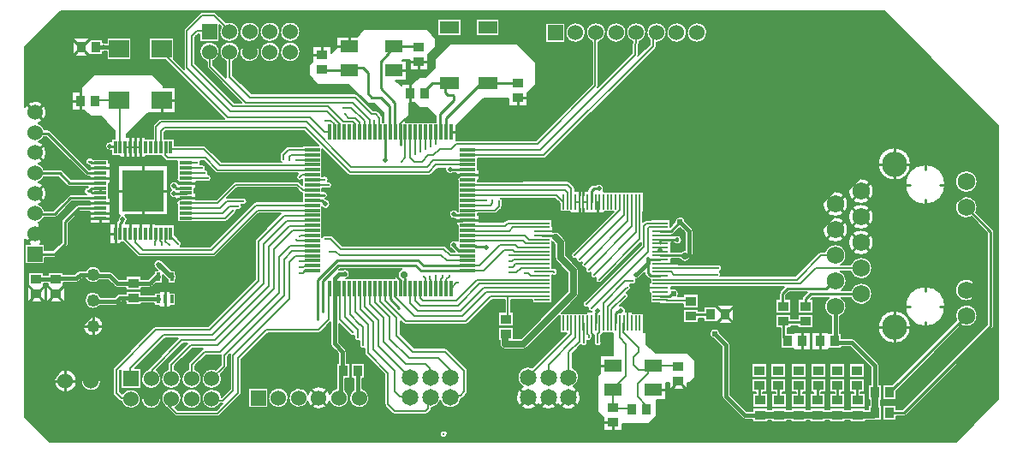
<source format=gtl>
%FSLAX23Y23*%
%MOIN*%
G04 EasyPC Gerber Version 16.0.6 Build 3249 *
%ADD72R,0.00984X0.05906*%
%ADD81R,0.01181X0.05118*%
%ADD27R,0.01181X0.05906*%
%ADD85R,0.01378X0.03346*%
%ADD74R,0.03740X0.04331*%
%ADD83R,0.16339X0.16339*%
%ADD80R,0.06000X0.06000*%
%ADD10C,0.00500*%
%ADD87C,0.00800*%
%ADD23C,0.01000*%
%ADD24C,0.01200*%
%ADD89C,0.01500*%
%ADD26C,0.01800*%
%ADD88C,0.02000*%
%ADD25C,0.02400*%
%ADD90C,0.02500*%
%ADD104C,0.02900*%
%ADD86C,0.04921*%
%ADD79C,0.06000*%
%ADD76C,0.06496*%
%ADD73C,0.06890*%
%ADD105C,0.09843*%
%ADD29R,0.05906X0.00984*%
%ADD82R,0.05118X0.01181*%
%ADD28R,0.05906X0.01181*%
%ADD75R,0.04331X0.03740*%
%ADD77R,0.07087X0.04724*%
%ADD78R,0.07480X0.05118*%
%ADD84R,0.07874X0.07087*%
X0Y0D02*
D02*
D10*
X116Y1282D02*
Y590D01*
X211Y495*
X3741*
X3906Y660*
Y1725*
X3461Y2170*
X256*
X116Y2030*
Y1798*
G75*
G02X155Y1821I39J-22*
G01*
G75*
G02X168Y1734J-44*
G01*
G75*
G02X192Y1709I-13J-36*
G01*
X206*
G75*
G02X216Y1705I0J-14*
G01*
X366Y1555*
X368*
Y1568*
G75*
G02X365Y1570I9J12*
G01*
X365Y1570*
G75*
G02X366Y1600I1J15*
G01*
X371*
G75*
G02X382Y1596I0J-15*
G01*
X382Y1595*
X407*
G75*
G02X411Y1595J-15*
G01*
X442*
Y1581*
X448*
Y1501*
X442*
Y1444*
X448*
Y1345*
X471*
Y1345*
G75*
G02X475Y1356I15J0*
G01*
X478Y1358*
G75*
G02X478Y1360I18J2*
G01*
G75*
G02X486Y1376I19*
G01*
X479*
Y1569*
X671*
Y1376*
X506*
G75*
G02X508Y1346I-10J-16*
G01*
G75*
G02X507Y1345I-12J9*
G01*
X625*
Y1339*
X698*
Y1299*
X719Y1278*
G75*
G02X721Y1254I-7J-12*
G01*
X835*
X1006Y1425*
G75*
G02X1016Y1429I10J-10*
G01*
X1196*
Y1462*
G75*
G02X1188Y1465I1J12*
G01*
X1171Y1483*
X941*
X901Y1443*
X959*
G75*
G02X981Y1430I7J-13*
G01*
G75*
G02X959Y1418I-15*
G01*
X958*
G75*
G02X940Y1397I-12J-8*
G01*
G75*
G02X934Y1383I-14J-2*
G01*
X906Y1355*
G75*
G02X896Y1351I-10J10*
G01*
X776*
Y1350*
X708*
Y1422*
X702*
Y1443*
G75*
G02X685Y1475I-6J17*
G01*
G75*
G02X702Y1508I11J15*
G01*
Y1522*
X708*
Y1586*
X673*
G75*
G02X663Y1590J14*
G01*
X653Y1600*
G75*
G02X650Y1606I10J10*
G01*
X585*
Y1600*
X486*
Y1606*
X452*
Y1628*
G75*
G02X428Y1645I-6J17*
G01*
G75*
G02X452Y1663I19*
G01*
Y1674*
X466*
Y1705*
X411Y1760*
X371*
X346Y1785*
X298*
Y1857*
X336*
Y1875*
X386Y1925*
X611*
X656Y1880*
Y1874*
X701*
Y1774*
X595*
X511Y1690*
Y1680*
X585*
Y1674*
X614*
Y1720*
G75*
G02X617Y1729I13*
G01*
X635Y1747*
G75*
G02X644Y1751I9J-9*
G01*
X893*
X663Y1980*
X600*
Y2068*
X695*
Y1984*
X736Y1943*
G75*
G02X734Y1950I10J7*
G01*
Y2095*
G75*
G02X737Y2104I13*
G01*
X797Y2164*
G75*
G02X806Y2168I9J-9*
G01*
X851*
G75*
G02X860Y2164J-13*
G01*
X898Y2126*
G75*
G02X951Y2090I14J-36*
G01*
G75*
G02X874I-39*
G01*
G75*
G02X879Y2110I39J0*
G01*
X872Y2117*
Y2052*
X795*
Y2081*
X792*
X780Y2070*
Y1966*
X932Y1814*
X959*
X827Y1947*
G75*
G02X824Y1955I9J9*
G01*
Y1974*
G75*
G02X795Y2012I10J37*
G01*
G75*
G02X872I39*
G01*
G75*
G02X849Y1976I-39*
G01*
Y1961*
X897Y1912*
G75*
G02X897Y1915I14J4*
G01*
Y1976*
G75*
G02X874Y2012I15J35*
G01*
G75*
G02X951I39*
G01*
G75*
G02X925Y1975I-39*
G01*
Y1921*
X997Y1849*
X1401*
G75*
G02X1411Y1845J-14*
G01*
X1472Y1784*
X1481*
G75*
G02X1491Y1780J-14*
G01*
X1506Y1765*
G75*
G02X1510Y1755I-10J-10*
G01*
Y1737*
X1511*
Y1775*
X1476Y1810*
X1451*
X1376Y1885*
X1256*
X1221Y1920*
Y1960*
X1236Y1975*
Y2034*
X1308*
Y2007*
X1328Y2027*
Y2072*
X1408*
X1436Y2100*
X1681*
X1716Y2065*
Y2030*
X1686Y2001*
Y1942*
X1614*
Y1980*
X1586*
X1584Y1978*
X1601*
Y1902*
X1560*
X1583Y1879*
Y1887*
X1623*
X1651Y1915*
X1676*
X1711Y1950*
Y1985*
X1771Y2045*
X2031*
X2106Y1970*
Y1885*
X2071Y1851*
Y1802*
X1999*
Y1830*
X1901*
X1796Y1725*
Y1715*
X1794*
Y1668*
G75*
G02X1796Y1668I2J-12*
G01*
X2106*
X2324Y1886*
Y2051*
G75*
G02X2300Y2087I15J35*
G01*
G75*
G02X2377I39*
G01*
G75*
G02X2349Y2049I-39*
G01*
Y1880*
G75*
G02X2346Y1873I-13*
G01*
X2479Y2006*
Y2042*
G75*
G02X2482Y2051I13*
G01*
X2482Y2051*
G75*
G02X2457Y2087I14J36*
G01*
G75*
G02X2534I39*
G01*
G75*
G02X2508Y2050I-39*
G01*
Y2047*
G75*
G02X2505Y2038I-13*
G01*
X2504Y2037*
Y2000*
G75*
G02X2503Y1997I-13J0*
G01*
X2547Y2041*
Y2060*
G75*
G02X2536Y2087I28J27*
G01*
G75*
G02X2613I39*
G01*
G75*
G02X2575Y2048I-39*
G01*
Y2035*
G75*
G02X2571Y2025I-14*
G01*
X2146Y1600*
G75*
G02X2136Y1596I-10J10*
G01*
X1878*
Y1554*
X1884*
Y1513*
X1878*
Y1508*
X2228Y1509*
G75*
G02X2238Y1505I0J-14*
G01*
X2253Y1490*
G75*
G02X2257Y1480I-10J-10*
G01*
Y1472*
X2306*
G75*
G02X2310Y1481I15J-2*
G01*
X2320Y1491*
G75*
G02X2331Y1495I11J-11*
G01*
X2340*
G75*
G02X2368Y1472I11J-15*
G01*
X2372*
Y1466*
X2524*
Y1390*
X2523*
Y1350*
X2527Y1354*
G75*
G02X2536Y1358I9J-9*
G01*
X2551*
Y1359*
X2627*
Y1332*
X2646Y1350*
X2646Y1350*
G75*
G02X2686Y1353I21*
G01*
X2712Y1327*
G75*
G02X2717Y1315I-11J-11*
G01*
Y1225*
G75*
G02X2712Y1214I-16J0*
G01*
X2706Y1208*
G75*
G02X2665Y1206I-21J10*
G01*
X2633*
Y1186*
X2656*
G75*
G02X2663Y1184J-14*
G01*
X2813*
G75*
G02X2820Y1157I3J-14*
G01*
G75*
G02X2824Y1139I-9J-11*
G01*
X3115*
X3206Y1230*
G75*
G02X3216Y1234I10J-10*
G01*
X3230*
G75*
G02X3271Y1263I41J-14*
G01*
G75*
G02X3292Y1183J-43*
G01*
X3330*
G75*
G02X3371Y1213I41J-13*
G01*
G75*
G02Y1127J-43*
G01*
G75*
G02X3330Y1158J43*
G01*
X3292*
G75*
G02X3296Y1085I-21J-38*
G01*
X3331*
G75*
G02X3371Y1113I40J-15*
G01*
G75*
G02Y1027J-43*
G01*
G75*
G02X3331Y1055J43*
G01*
X3296*
G75*
G02X3287Y981I-25J-35*
G01*
Y916*
X3295*
Y896*
X3336*
G75*
G02X3347Y892I0J-16*
G01*
X3437Y802*
G75*
G02X3442Y791I-11J-11*
G01*
Y716*
X3453*
Y656*
X3447*
Y636*
X3453*
Y576*
X3399*
Y577*
X3387*
Y571*
X3327*
Y577*
X3307*
Y571*
X3247*
Y577*
X3232*
Y571*
X3172*
Y577*
X3157*
Y571*
X3097*
Y577*
X3082*
Y571*
X3022*
Y577*
X3007*
Y571*
X2947*
Y582*
X2918*
G75*
G02X2907Y587I0J16*
G01*
X2835Y659*
G75*
G02X2830Y670I11J11*
G01*
Y864*
X2799Y895*
G75*
G02X2781Y915I2J20*
G01*
G75*
G02X2821Y918I21*
G01*
X2857Y882*
G75*
G02X2862Y870I-11J-11*
G01*
Y677*
X2925Y614*
X2947*
Y626*
X3007*
Y619*
X3022*
Y626*
X3082*
Y619*
X3097*
Y626*
X3157*
Y619*
X3172*
Y626*
X3232*
Y619*
X3247*
Y626*
X3307*
Y619*
X3327*
Y626*
X3387*
Y619*
X3399*
Y636*
X3405*
Y656*
X3399*
Y716*
X3410*
Y784*
X3329Y864*
X3295*
Y856*
X3244*
Y850*
X3178*
Y922*
X3244*
Y916*
X3255*
Y981*
G75*
G02X3246Y1055I16J40*
G01*
X3182*
X3176Y1050*
X3185*
Y995*
X3125*
Y1050*
X3141*
Y1050*
G75*
G02X3145Y1061I15J0*
G01*
X3161Y1077*
X3092*
X3080Y1065*
Y1050*
X3100*
Y995*
X3040*
Y1050*
X3053*
Y1070*
G75*
G02X3056Y1080I14J0*
G01*
X3073Y1097*
X2633*
Y1089*
G75*
G02X2659Y1060I8J-19*
G01*
X2680*
Y1070*
X2740*
Y1015*
X2680*
Y1032*
X2589*
G75*
G02X2585Y1033J14*
G01*
X2551*
Y1074*
X2545*
Y1113*
X2551*
Y1127*
G75*
G02X2542Y1131I1J13*
G01*
X2531Y1142*
G75*
G02X2528Y1151I10J10*
G01*
Y1154*
X2514Y1141*
G75*
G02X2494Y1127I-18J5*
G01*
G75*
G02X2478Y1106I-13J-7*
G01*
X2471*
G75*
G02X2465Y1081I-10J-11*
G01*
X2457Y1074*
G75*
G02X2455Y1046I-6J-13*
G01*
X2432Y1023*
G75*
G02X2454Y1000I4J-18*
G01*
X2483*
Y994*
X2524*
Y920*
X2536*
Y875*
X2571Y840*
X2696*
X2726Y810*
Y745*
X2706Y725*
X2696*
Y697*
X2624*
Y725*
X2613*
Y658*
X2576*
Y595*
X2546Y565*
X2441*
Y537*
X2369*
Y587*
X2346Y610*
Y750*
X2356Y760*
Y829*
X2406*
Y918*
X2367*
G75*
G02X2363Y910I-14J3*
G01*
X2360Y908*
Y884*
G75*
G02X2361Y880I-14J-3*
G01*
G75*
G02X2332I-15*
G01*
G75*
G02X2332Y884I14*
G01*
Y912*
X2325*
G75*
G02X2325Y910I-14J-1*
G01*
Y904*
G75*
G02X2305Y887I-14J-3*
G01*
Y884*
G75*
G02X2280Y871I-14J-3*
G01*
X2247Y838*
Y784*
G75*
G02X2252Y709I-15J-38*
G01*
G75*
G02X2279Y667I-20J-43*
G01*
G75*
G02X2193Y641I-47*
G01*
G75*
G02X2114I-39J26*
G01*
G75*
G02X2028Y667I-39J26*
G01*
G75*
G02X2055Y709I47*
G01*
G75*
G02X2091Y783I20J36*
G01*
X2225Y918*
X2198*
Y988*
X2071Y861*
G75*
G02X2056Y854I-15J15*
G01*
X1986*
G75*
G02X1966Y870J21*
G01*
G75*
G02X1965Y888I20J10*
G01*
X1960*
Y942*
X2020*
Y896*
X2047*
X2230Y1079*
Y1152*
X2186Y1196*
G75*
G02X2180Y1210I15J15*
G01*
Y1262*
X2172Y1270*
G75*
G02X2167Y1273I9J21*
G01*
Y1171*
X2176*
G75*
G02X2190Y1159J-14*
G01*
G75*
G02X2168Y1143I-14J-4*
G01*
X2167*
Y1033*
X2091*
Y1048*
X2009*
Y1000*
X2020*
Y945*
X1960*
Y1000*
X1984*
Y1048*
X1934*
X1841Y955*
G75*
G02X1831Y951I-10J10*
G01*
X1597*
G75*
G02X1587Y955J14*
G01*
X1577Y965*
Y914*
X1632Y859*
X1751*
G75*
G02X1761Y855J-14*
G01*
X1836Y780*
G75*
G02X1840Y770I-10J-10*
G01*
Y690*
G75*
G02X1836Y680I-14*
G01*
X1821Y665*
G75*
G02X1813Y661I-10J10*
G01*
G75*
G02X1733Y655I-41J5*
G01*
G75*
G02X1700Y626I-39J11*
G01*
Y625*
G75*
G02X1696Y615I-14*
G01*
X1686Y605*
G75*
G02X1676Y601I-10J10*
G01*
X1556*
G75*
G02X1546Y605J14*
G01*
X1520Y632*
G75*
G02X1515Y642I10J10*
G01*
Y756*
X1441Y830*
G75*
G02X1437Y840I10J10*
G01*
Y857*
G75*
G02X1417Y874I-6J13*
G01*
Y887*
G75*
G02X1397Y904I-6J13*
G01*
Y907*
G75*
G02X1379Y913I-6J13*
G01*
X1337Y955*
Y882*
X1362Y857*
G75*
G02X1367Y845I-11J-11*
G01*
Y800*
X1381*
Y739*
X1362*
Y696*
G75*
G02X1377Y665I-24J-30*
G01*
G75*
G02X1302Y652I-39*
G01*
G75*
G02X1217I-43J13*
G01*
G75*
G02X1143Y665I-36J13*
G01*
G75*
G02X1217Y678I39*
G01*
G75*
G02X1302I43J-13*
G01*
G75*
G02X1330Y703I36J-13*
G01*
Y739*
X1327*
Y800*
X1335*
Y839*
X1309Y864*
G75*
G02X1305Y876I11J11*
G01*
Y959*
X1268Y922*
G75*
G02X1259Y918I-9J9*
G01*
X1061*
X959Y815*
Y685*
G75*
G02X955Y677I-13*
G01*
X875Y597*
G75*
G02X866Y593I-9J9*
G01*
X706*
G75*
G02X697Y597J13*
G01*
X667Y627*
G75*
G02X665Y629I9J9*
G01*
G75*
G02X647Y662I21J32*
G01*
G75*
G02X724I39*
G01*
G75*
G02X702Y627I-38*
G01*
X711Y618*
X861*
X886Y643*
X877*
G75*
G02X805Y662I-34J19*
G01*
G75*
G02X881Y668I39*
G01*
X914Y701*
Y830*
G75*
G02X915Y837I12J0*
G01*
X910Y832*
X904Y825*
Y788*
G75*
G02X900Y779I-13*
G01*
X878Y757*
G75*
G02X882Y740I-35J-17*
G01*
G75*
G02X805I-39*
G01*
G75*
G02X860Y775I39*
G01*
X879Y793*
Y830*
G75*
G02X879Y832I12J0*
G01*
G75*
G02X876Y831I-3J14*
G01*
X822*
X780Y790*
Y776*
G75*
G02X803Y740I-15J-35*
G01*
G75*
G02X726I-39*
G01*
G75*
G02X752Y777I39*
G01*
Y795*
G75*
G02X756Y805I14*
G01*
X806Y855*
G75*
G02X807Y856I10J-10*
G01*
X767*
X700Y790*
Y776*
G75*
G02X724Y740I-14J-36*
G01*
G75*
G02X647I-39*
G01*
G75*
G02X672Y776I39*
G01*
Y795*
G75*
G02X676Y805I14*
G01*
X747Y876*
X732*
X628Y773*
G75*
G02X646Y740I-21J-32*
G01*
G75*
G02X569I-39*
G01*
G75*
G02X597Y778I39*
G01*
G75*
G02X601Y785I14J-2*
G01*
X712Y896*
X662*
X544Y779*
X567*
Y702*
X490*
Y774*
X485Y770*
Y691*
X495Y681*
G75*
G02X567Y662I33J-19*
G01*
G75*
G02X491Y651I-39*
G01*
X491*
G75*
G02X481Y655J14*
G01*
X461Y675*
G75*
G02X457Y685I10J10*
G01*
Y775*
G75*
G02X461Y785I14*
G01*
X616Y940*
G75*
G02X626Y944I10J-10*
G01*
X830*
X1012Y1126*
Y1275*
G75*
G02X1016Y1285I14*
G01*
X1113Y1383*
X1026*
X860Y1217*
G75*
G02X851Y1213I-9J9*
G01*
X561*
G75*
G02X552Y1217J13*
G01*
X498Y1271*
X487*
Y1265*
X446*
Y1344*
X368*
Y1390*
X330*
X285Y1345*
Y1265*
G75*
G02X281Y1256I-14J0*
G01*
X241Y1216*
G75*
G02X231Y1212I-10J10*
G01*
X193*
Y1187*
X116*
Y1264*
X136*
G75*
G02X116Y1282I19J40*
G01*
X130Y1103D02*
Y1155D01*
X190*
Y1143*
X205*
Y1155*
X265*
Y1146*
X309*
X320Y1157*
G75*
G02X331Y1161I11J-11*
G01*
X352*
G75*
G02X412Y1156I29J-16*
G01*
X446*
G75*
G02X457Y1152I0J-16*
G01*
X483Y1126*
X510*
Y1140*
X570*
Y1126*
X594*
X616Y1148*
G75*
G02X620Y1151I11J-11*
G01*
Y1162*
X632*
X622Y1171*
G75*
G02X650Y1200I14J14*
G01*
X689Y1162*
X702*
Y1149*
G75*
G02Y1123I-15J-13*
G01*
Y1111*
X671*
Y1123*
X651Y1143*
Y1141*
G75*
G02Y1132I-15J-4*
G01*
Y1111*
X624*
X612Y1099*
G75*
G02X601Y1094I-11J11*
G01*
X570*
Y1085*
X510*
Y1094*
X476*
G75*
G02X465Y1099I0J16*
G01*
X439Y1124*
X407*
G75*
G02X352Y1129I-26J21*
G01*
X338*
X327Y1119*
G75*
G02X316Y1114I-11J11*
G01*
X265*
Y1103*
X271*
Y1037*
X199*
Y1103*
X205*
Y1111*
X190*
Y1103*
X196*
Y1037*
X124*
Y1103*
X130*
X229Y731D02*
G75*
G02X318I44D01*
G01*
G75*
G02X229I-44*
G01*
X335D02*
G75*
G02X412I39D01*
G01*
G75*
G02X335I-39*
G01*
X367Y1999D02*
Y1993D01*
X301*
Y2066*
X367*
Y2060*
X418*
Y2049*
G75*
G02X430Y2046I3J-18*
G01*
X434*
Y2068*
X530*
Y1980*
X434*
Y2014*
X430*
G75*
G02X418Y2012I-9J16*
G01*
Y1999*
X367*
X381Y984D02*
G75*
G02Y906J-39D01*
G01*
G75*
G02Y984J39*
G01*
X407Y1024D02*
G75*
G02X381Y1012I-26J21D01*
G01*
G75*
G02Y1078J33*
G01*
G75*
G02X412Y1056J-33*
G01*
X464*
X475Y1067*
G75*
G02X486Y1071I11J-11*
G01*
X510*
Y1082*
X570*
Y1066*
X620*
Y1075*
X640*
Y1081*
X682*
Y1075*
X702*
Y1024*
X682*
Y1018*
X640*
Y1024*
X620*
Y1034*
X570*
Y1028*
X510*
Y1039*
X492*
X482Y1029*
G75*
G02X471Y1024I-11J11*
G01*
X407*
X569Y662D02*
G75*
G02X646I39D01*
G01*
G75*
G02X569I-39*
G01*
X726D02*
G75*
G02X803I39D01*
G01*
G75*
G02X726I-39*
G01*
X952Y2012D02*
G75*
G02X1029I39D01*
G01*
G75*
G02X952I-39*
G01*
Y2090D02*
G75*
G02X1029I39D01*
G01*
G75*
G02X952I-39*
G01*
X1031Y2012D02*
G75*
G02X1108I39D01*
G01*
G75*
G02X1031I-39*
G01*
Y2090D02*
G75*
G02X1108I39D01*
G01*
G75*
G02X1031I-39*
G01*
X1062Y704D02*
Y627D01*
X985*
Y704*
X1062*
X1110Y2012D02*
G75*
G02X1187I39D01*
G01*
G75*
G02X1110I-39*
G01*
Y2090D02*
G75*
G02X1187I39D01*
G01*
G75*
G02X1110I-39*
G01*
X1141Y665D02*
G75*
G02X1064I-39D01*
G01*
G75*
G02X1141I39*
G01*
X1395Y697D02*
Y739D01*
X1384*
Y800*
X1438*
Y739*
X1427*
Y703*
G75*
G02X1456Y665I-10J-37*
G01*
G75*
G02X1379I-39*
G01*
G75*
G02X1395Y697I39*
G01*
X1732Y525D02*
G75*
G02X1761I15D01*
G01*
G75*
G02X1732I-15*
G01*
X1814Y2073D02*
X1722D01*
Y2141*
X1814*
Y2073*
X1963D02*
X1871D01*
Y2141*
X1963*
Y2073*
X2143Y2048D02*
Y2125D01*
X2220*
Y2048*
X2143*
X2221Y2087D02*
G75*
G02X2298I39D01*
G01*
G75*
G02X2221I-39*
G01*
X2379D02*
G75*
G02X2456I39D01*
G01*
G75*
G02X2379I-39*
G01*
X2615D02*
G75*
G02X2692I39D01*
G01*
G75*
G02X2615I-39*
G01*
X2694D02*
G75*
G02X2771I39D01*
G01*
G75*
G02X2694I-39*
G01*
X2740Y975D02*
Y958D01*
X2680*
Y1012*
X2740*
Y1005*
X2757*
Y1020*
X2808*
Y1026*
X2874*
Y953*
X2808*
Y959*
X2757*
Y975*
X2740*
X2962Y683D02*
Y688D01*
X2945*
Y742*
X3005*
Y688*
X2989*
Y683*
X3007*
Y628*
X2947*
Y683*
X2962*
X3005Y745D02*
X2945D01*
Y800*
X3005*
Y745*
X3037Y683D02*
Y688D01*
X3020*
Y742*
X3080*
Y688*
X3064*
Y683*
X3082*
Y628*
X3022*
Y683*
X3037*
X3057Y938D02*
X3040D01*
Y992*
X3100*
Y975*
X3125*
Y992*
X3185*
Y938*
X3125*
Y945*
X3100*
Y938*
X3084*
Y916*
X3110*
Y922*
X3176*
Y850*
X3110*
Y856*
X3059*
Y895*
G75*
G02X3057Y902I11J7*
G01*
Y938*
X3080Y745D02*
X3020D01*
Y800*
X3080*
Y745*
X3117Y683D02*
Y688D01*
X3100*
Y742*
X3160*
Y688*
X3144*
Y683*
X3157*
Y628*
X3097*
Y683*
X3117*
X3160Y745D02*
X3100D01*
Y800*
X3160*
Y745*
X3186Y683D02*
Y688D01*
X3175*
Y742*
X3235*
Y688*
X3216*
Y683*
X3232*
Y628*
X3172*
Y683*
X3186*
X3235Y745D02*
X3175D01*
Y800*
X3235*
Y745*
X3267Y683D02*
Y688D01*
X3250*
Y742*
X3310*
Y688*
X3294*
Y683*
X3307*
Y628*
X3247*
Y683*
X3267*
X3271Y1271D02*
G75*
G02Y1369J49D01*
G01*
G75*
G02Y1271J-49*
G01*
Y1371D02*
G75*
G02Y1469J49D01*
G01*
G75*
G02Y1371J-49*
G01*
X3310Y745D02*
X3250D01*
Y800*
X3310*
Y745*
X3342Y683D02*
Y688D01*
X3325*
Y742*
X3385*
Y688*
X3369*
Y683*
X3387*
Y628*
X3327*
Y683*
X3342*
X3371Y1221D02*
G75*
G02Y1319J49D01*
G01*
G75*
G02Y1221J-49*
G01*
Y1321D02*
G75*
G02Y1419J49D01*
G01*
G75*
G02Y1321J-49*
G01*
Y1421D02*
G75*
G02Y1519J49D01*
G01*
G75*
G02Y1421J-49*
G01*
X3385Y745D02*
X3325D01*
Y800*
X3385*
Y745*
X3492Y716D02*
X3742Y967D01*
G75*
G02X3781Y1028I39J18*
G01*
G75*
G02Y942J-43*
G01*
G75*
G02X3763Y946J43*
G01*
X3510Y692*
Y656*
X3456*
Y716*
X3492*
X3501Y877D02*
G75*
G02Y1005J64D01*
G01*
G75*
G02Y877J-64*
G01*
Y1512D02*
G75*
G02Y1639J64D01*
G01*
G75*
G02Y1512J-64*
G01*
X3510Y593D02*
Y576D01*
X3456*
Y636*
X3510*
Y620*
X3531*
X3863Y951*
Y1307*
X3801Y1369*
G75*
G02X3781Y1364I-19J38*
G01*
G75*
G02Y1450J43*
G01*
G75*
G02X3820Y1388J-43*
G01*
X3886Y1322*
G75*
G02X3890Y1312I-10J-10*
G01*
Y945*
G75*
G02X3886Y936I-14J0*
G01*
X3547Y597*
G75*
G02X3537Y593I-10J10*
G01*
X3510*
X3621Y943D02*
G75*
G02Y1099J78D01*
G01*
G75*
G02Y943J-78*
G01*
Y1417D02*
G75*
G02Y1574J78D01*
G01*
G75*
G02Y1417J-78*
G01*
X3781Y1042D02*
G75*
G02Y1128J43D01*
G01*
G75*
G02Y1042J-43*
G01*
Y1464D02*
G75*
G02Y1550J43D01*
G01*
G75*
G02Y1464J-43*
G01*
X116Y1121D02*
G36*
Y1047D01*
X124*
Y1103*
X130*
Y1121*
X116*
G37*
X130D02*
G36*
Y1155D01*
X190*
Y1143*
X205*
Y1155*
X265*
Y1146*
X309*
X320Y1157*
G75*
G02X331Y1161I11J-11*
G01*
X352*
G75*
G02X412Y1156I29J-16*
G01*
X446*
G75*
G02X457Y1152I0J-16*
G01*
X483Y1126*
X510*
Y1140*
X570*
Y1126*
X594*
X616Y1148*
G75*
G02X620Y1151I11J-11*
G01*
Y1162*
X632*
X622Y1171*
G75*
G02X650Y1200I14J14*
G01*
X689Y1162*
X702*
Y1149*
G75*
G02Y1123I-15J-13*
G01*
Y1121*
X1007*
X1012Y1126*
Y1275*
G75*
G02X1016Y1285I14*
G01*
X1113Y1383*
X1026*
X860Y1217*
G75*
G02X851Y1213I-9J9*
G01*
X561*
G75*
G02X552Y1217J13*
G01*
X498Y1271*
X487*
Y1265*
X446*
Y1344*
X368*
Y1390*
X330*
X285Y1345*
Y1265*
G75*
G02X281Y1256I-14J0*
G01*
X241Y1216*
G75*
G02X231Y1212I-10J10*
G01*
X193*
Y1187*
X116*
Y1264*
X136*
G75*
G02X116Y1282I19J40*
G01*
Y1121*
X130*
G37*
X702D02*
G36*
Y1111D01*
X671*
Y1123*
X651Y1143*
Y1141*
G75*
G02Y1132I-15J-4*
G01*
Y1111*
X624*
X612Y1099*
G75*
G02X601Y1094I-11J11*
G01*
X570*
Y1085*
X510*
Y1094*
X476*
G75*
G02X465Y1099I0J16*
G01*
X439Y1124*
X407*
G75*
G02X352Y1129I-26J21*
G01*
X338*
X327Y1119*
G75*
G02X316Y1114I-11J11*
G01*
X265*
Y1103*
X271*
Y1047*
X348*
G75*
G02X381Y1078I33J-2*
G01*
G75*
G02X412Y1056J-33*
G01*
X464*
X475Y1067*
G75*
G02X486Y1071I11J-11*
G01*
X510*
Y1082*
X570*
Y1066*
X620*
Y1075*
X640*
Y1081*
X682*
Y1075*
X702*
Y1047*
X933*
X1007Y1121*
X702*
G37*
X3314D02*
G36*
G75*
G02X3296Y1085I-43J-1D01*
G01*
X3331*
G75*
G02X3371Y1113I40J-15*
G01*
G75*
G02X3407Y1047J-43*
G01*
X3547*
G75*
G02X3621Y1099I74J-26*
G01*
G75*
G02X3695Y1047J-78*
G01*
X3760*
G75*
G02X3758Y1121I21J38*
G01*
X3314*
G37*
X3758D02*
G36*
G75*
G02X3781Y1128I23J-36D01*
G01*
G75*
G02X3804Y1121J-43*
G01*
X3863*
Y1270*
X3420*
G75*
G02X3371Y1221I-49*
G01*
G75*
G02X3322Y1270J49*
G01*
X2717*
Y1225*
G75*
G02X2712Y1214I-16J0*
G01*
X2706Y1208*
G75*
G02X2665Y1206I-21J10*
G01*
X2633*
Y1186*
X2656*
G75*
G02X2663Y1184J-14*
G01*
X2813*
G75*
G02X2820Y1157I3J-14*
G01*
G75*
G02X2824Y1139I-9J-11*
G01*
X3115*
X3206Y1230*
G75*
G02X3216Y1234I10J-10*
G01*
X3230*
G75*
G02X3271Y1263I41J-14*
G01*
G75*
G02X3292Y1183J-43*
G01*
X3330*
G75*
G02X3371Y1213I41J-13*
G01*
G75*
G02Y1127J-43*
G01*
G75*
G02X3330Y1158J43*
G01*
X3292*
G75*
G02X3314Y1121I-21J-38*
G01*
X3758*
G37*
X3804D02*
G36*
G75*
G02X3802Y1047I-23J-36D01*
G01*
X3863*
Y1121*
X3804*
G37*
X3890D02*
G36*
Y1047D01*
X3906*
Y1121*
X3890*
G37*
X3906D02*
G36*
Y1270D01*
X3890*
Y1121*
X3906*
G37*
X116Y731D02*
G36*
Y590D01*
X181Y525*
X1732*
G75*
G02X1761I15*
G01*
X3771*
X3906Y660*
Y662*
X3611*
X3547Y597*
G75*
G02X3537Y593I-10J10*
G01*
X3510*
Y576*
X3456*
Y636*
X3510*
Y620*
X3531*
X3573Y662*
X3510*
Y656*
X3456*
Y662*
X3453*
Y656*
X3447*
Y636*
X3453*
Y576*
X3399*
Y577*
X3387*
Y571*
X3327*
Y577*
X3307*
Y571*
X3247*
Y577*
X3232*
Y571*
X3172*
Y577*
X3157*
Y571*
X3097*
Y577*
X3082*
Y571*
X3022*
Y577*
X3007*
Y571*
X2947*
Y582*
X2918*
G75*
G02X2907Y587I0J16*
G01*
X2835Y659*
G75*
G02X2830Y670I11J11*
G01*
Y864*
X2799Y895*
G75*
G02X2781Y915I2J20*
G01*
G75*
G02X2821Y918I21*
G01*
X2857Y882*
G75*
G02X2862Y870I-11J-11*
G01*
Y772*
X2945*
Y800*
X3005*
Y772*
X3020*
Y800*
X3080*
Y772*
X3100*
Y800*
X3160*
Y772*
X3175*
Y800*
X3235*
Y772*
X3250*
Y800*
X3310*
Y772*
X3325*
Y800*
X3385*
Y772*
X3410*
Y784*
X3329Y864*
X3295*
Y856*
X3244*
Y850*
X3178*
Y922*
X3244*
Y916*
X3255*
Y945*
X3185*
Y938*
X3125*
Y945*
X3100*
Y938*
X3084*
Y916*
X3110*
Y922*
X3176*
Y850*
X3110*
Y856*
X3059*
Y895*
G75*
G02X3057Y902I11J7*
G01*
Y938*
X3040*
Y945*
X2524*
Y920*
X2536*
Y875*
X2571Y840*
X2696*
X2726Y810*
Y745*
X2706Y725*
X2696*
Y697*
X2624*
Y725*
X2613*
Y658*
X2576*
Y595*
X2546Y565*
X2441*
Y537*
X2369*
Y587*
X2346Y610*
Y750*
X2356Y760*
Y829*
X2406*
Y918*
X2367*
G75*
G02X2363Y910I-14J3*
G01*
X2360Y908*
Y884*
G75*
G02X2361Y880I-14J-3*
G01*
G75*
G02X2332I-15*
G01*
G75*
G02X2332Y884I14*
G01*
Y912*
X2325*
G75*
G02X2325Y910I-14J-1*
G01*
Y904*
G75*
G02X2305Y887I-14J-3*
G01*
Y884*
G75*
G02X2280Y871I-14J-3*
G01*
X2247Y838*
Y784*
G75*
G02X2252Y709I-15J-38*
G01*
G75*
G02X2279Y667I-20J-43*
G01*
G75*
G02X2193Y641I-47*
G01*
G75*
G02X2114I-39J26*
G01*
G75*
G02X2028Y667I-39J26*
G01*
G75*
G02X2055Y709I47*
G01*
G75*
G02X2091Y783I20J36*
G01*
X2225Y918*
X2198*
Y988*
X2071Y861*
G75*
G02X2056Y854I-15J15*
G01*
X1986*
G75*
G02X1966Y870J21*
G01*
G75*
G02X1965Y888I20J10*
G01*
X1960*
Y942*
X2020*
Y896*
X2047*
X2230Y1079*
Y1152*
X2186Y1196*
G75*
G02X2180Y1210I15J15*
G01*
Y1262*
X2172Y1270*
G75*
G02X2167Y1273I9J21*
G01*
Y1171*
X2176*
G75*
G02X2190Y1159J-14*
G01*
G75*
G02X2168Y1143I-14J-4*
G01*
X2167*
Y1033*
X2091*
Y1048*
X2009*
Y1000*
X2020*
Y945*
X1960*
Y1000*
X1984*
Y1048*
X1934*
X1841Y955*
G75*
G02X1831Y951I-10J10*
G01*
X1597*
G75*
G02X1587Y955J14*
G01*
X1577Y965*
Y914*
X1632Y859*
X1751*
G75*
G02X1761Y855J-14*
G01*
X1836Y780*
G75*
G02X1840Y770I-10J-10*
G01*
Y690*
G75*
G02X1836Y680I-14*
G01*
X1821Y665*
G75*
G02X1813Y661I-10J10*
G01*
G75*
G02X1733Y655I-41J5*
G01*
G75*
G02X1700Y626I-39J11*
G01*
Y625*
G75*
G02X1696Y615I-14*
G01*
X1686Y605*
G75*
G02X1676Y601I-10J10*
G01*
X1556*
G75*
G02X1546Y605J14*
G01*
X1520Y632*
G75*
G02X1515Y642I10J10*
G01*
Y662*
X1456*
G75*
G02X1379I-38J4*
G01*
X1377*
G75*
G02X1302Y652I-38J4*
G01*
G75*
G02X1217I-43J13*
G01*
G75*
G02X1143Y662I-36J13*
G01*
X1141*
G75*
G02X1064I-38J4*
G01*
X1062*
Y627*
X985*
Y662*
X940*
X875Y597*
G75*
G02X866Y593I-9J9*
G01*
X706*
G75*
G02X697Y597J13*
G01*
X667Y627*
G75*
G02X665Y629I9J9*
G01*
G75*
G02X647Y662I21J32*
G01*
X646*
G75*
G02X569I-39*
G01*
X567*
G75*
G02X491Y651I-39*
G01*
X491*
G75*
G02X481Y655J14*
G01*
X461Y675*
G75*
G02X457Y685I10J10*
G01*
Y731*
X412*
G75*
G02X335I-39*
G01*
X318*
G75*
G02X229I-44*
G01*
X116*
G37*
X229D02*
G36*
G75*
G02X258Y772I44D01*
G01*
X116*
Y731*
X229*
G37*
X335D02*
G36*
G75*
G02X412I39D01*
G01*
X457*
Y772*
X289*
G75*
G02X318Y731I-15J-42*
G01*
X335*
G37*
X1362D02*
G36*
Y696D01*
G75*
G02X1377Y665I-24J-30*
G01*
G75*
G02X1377Y662I-39J0*
G01*
X1379*
G75*
G02X1379Y665I38J4*
G01*
G75*
G02X1395Y697I39*
G01*
Y731*
X1362*
G37*
X1395D02*
G36*
Y739D01*
X1384*
Y772*
X1381*
Y739*
X1362*
Y731*
X1395*
G37*
X1427D02*
G36*
Y703D01*
G75*
G02X1456Y665I-10J-37*
G01*
G75*
G02X1456Y662I-39J0*
G01*
X1515*
Y731*
X1427*
G37*
X1515D02*
G36*
Y756D01*
X1499Y772*
X1438*
Y739*
X1427*
Y731*
X1515*
G37*
X2862D02*
G36*
Y677D01*
X2877Y662*
X2947*
Y683*
X2962*
Y688*
X2945*
Y731*
X2862*
G37*
X2945D02*
G36*
Y742D01*
X3005*
Y731*
X3020*
Y742*
X3080*
Y731*
X3100*
Y742*
X3160*
Y731*
X3175*
Y742*
X3235*
Y731*
X3250*
Y742*
X3310*
Y731*
X3325*
Y742*
X3385*
Y731*
X3410*
Y772*
X3385*
Y745*
X3325*
Y772*
X3310*
Y745*
X3250*
Y772*
X3235*
Y745*
X3175*
Y772*
X3160*
Y745*
X3100*
Y772*
X3080*
Y745*
X3020*
Y772*
X3005*
Y745*
X2945*
Y772*
X2862*
Y731*
X2945*
G37*
X3005D02*
G36*
Y688D01*
X2989*
Y683*
X3007*
Y662*
X3022*
Y683*
X3037*
Y688*
X3020*
Y731*
X3005*
G37*
X3080D02*
G36*
Y688D01*
X3064*
Y683*
X3082*
Y662*
X3097*
Y683*
X3117*
Y688*
X3100*
Y731*
X3080*
G37*
X3160D02*
G36*
Y688D01*
X3144*
Y683*
X3157*
Y662*
X3172*
Y683*
X3186*
Y688*
X3175*
Y731*
X3160*
G37*
X3235D02*
G36*
Y688D01*
X3216*
Y683*
X3232*
Y662*
X3247*
Y683*
X3267*
Y688*
X3250*
Y731*
X3235*
G37*
X3310D02*
G36*
Y688D01*
X3294*
Y683*
X3307*
Y662*
X3327*
Y683*
X3342*
Y688*
X3325*
Y731*
X3310*
G37*
X3385D02*
G36*
Y688D01*
X3369*
Y683*
X3387*
Y662*
X3399*
Y716*
X3410*
Y731*
X3385*
G37*
X3442D02*
G36*
Y716D01*
X3453*
Y662*
X3456*
Y716*
X3492*
X3506Y731*
X3442*
G37*
X3506D02*
G36*
X3548Y772D01*
X3442*
Y731*
X3506*
G37*
X3548D02*
G36*
X3510Y692D01*
Y662*
X3573*
X3642Y731*
X3548*
G37*
X3642D02*
G36*
X3684Y772D01*
X3590*
X3548Y731*
X3642*
G37*
X3680D02*
G36*
X3611Y662D01*
X3906*
Y731*
X3680*
G37*
X3906D02*
G36*
Y772D01*
X3722*
X3680Y731*
X3906*
G37*
X116Y2024D02*
G36*
Y1798D01*
G75*
G02X155Y1821I39J-22*
G01*
G75*
G02X168Y1734J-44*
G01*
G75*
G02X192Y1709I-13J-36*
G01*
X206*
G75*
G02X216Y1705I0J-14*
G01*
X366Y1555*
X368*
Y1568*
G75*
G02X365Y1570I9J12*
G01*
X365Y1570*
G75*
G02X366Y1600I1J15*
G01*
X371*
G75*
G02X382Y1596I0J-15*
G01*
X382Y1595*
X407*
G75*
G02X411Y1595J-15*
G01*
X442*
Y1581*
X448*
Y1501*
X442*
Y1444*
X448*
Y1345*
X471*
Y1345*
G75*
G02X475Y1356I15J0*
G01*
X478Y1358*
G75*
G02X478Y1360I18J2*
G01*
G75*
G02X486Y1376I19*
G01*
X479*
Y1569*
X671*
Y1376*
X506*
G75*
G02X508Y1346I-10J-16*
G01*
G75*
G02X507Y1345I-12J9*
G01*
X625*
Y1339*
X698*
Y1299*
X719Y1278*
G75*
G02X721Y1254I-7J-12*
G01*
X835*
X1006Y1425*
G75*
G02X1016Y1429I10J-10*
G01*
X1196*
Y1462*
G75*
G02X1188Y1465I1J12*
G01*
X1171Y1483*
X941*
X901Y1443*
X959*
G75*
G02X981Y1430I7J-13*
G01*
G75*
G02X959Y1418I-15*
G01*
X958*
G75*
G02X940Y1397I-12J-8*
G01*
G75*
G02X934Y1383I-14J-2*
G01*
X906Y1355*
G75*
G02X896Y1351I-10J10*
G01*
X776*
Y1350*
X708*
Y1422*
X702*
Y1443*
G75*
G02X685Y1475I-6J17*
G01*
G75*
G02X702Y1508I11J15*
G01*
Y1522*
X708*
Y1586*
X673*
G75*
G02X663Y1590J14*
G01*
X653Y1600*
G75*
G02X650Y1606I10J10*
G01*
X585*
Y1600*
X486*
Y1606*
X452*
Y1628*
G75*
G02X428Y1645I-6J17*
G01*
G75*
G02X452Y1663I19*
G01*
Y1674*
X466*
Y1705*
X411Y1760*
X371*
X346Y1785*
X298*
Y1857*
X336*
Y1875*
X386Y1925*
X611*
X656Y1880*
Y1874*
X701*
Y1774*
X595*
X511Y1690*
Y1680*
X585*
Y1674*
X614*
Y1720*
G75*
G02X617Y1729I13*
G01*
X635Y1747*
G75*
G02X644Y1751I9J-9*
G01*
X893*
X663Y1980*
X600*
Y2024*
X530*
Y1980*
X434*
Y2014*
X430*
G75*
G02X418Y2012I-9J16*
G01*
Y1999*
X367*
Y1993*
X301*
Y2024*
X116*
G37*
X301D02*
G36*
Y2066D01*
X367*
Y2060*
X418*
Y2049*
G75*
G02X430Y2046I3J-18*
G01*
X434*
Y2068*
X530*
Y2024*
X600*
Y2068*
X695*
Y1984*
X736Y1943*
G75*
G02X734Y1950I10J7*
G01*
Y2095*
G75*
G02X737Y2104I13*
G01*
X797Y2164*
G75*
G02X806Y2168I9J-9*
G01*
X851*
G75*
G02X860Y2164J-13*
G01*
X898Y2126*
G75*
G02X951Y2090I14J-36*
G01*
X952*
G75*
G02X1029I39*
G01*
X1031*
G75*
G02X1108I39*
G01*
X1110*
G75*
G02X1187I39*
G01*
X1426*
X1436Y2100*
X1681*
X1691Y2090*
X1722*
Y2141*
X1814*
Y2090*
X1871*
Y2141*
X1963*
Y2090*
X2143*
Y2125*
X2220*
Y2090*
X2221*
G75*
G02X2298I38J-4*
G01*
X2300*
G75*
G02X2377I38J-4*
G01*
X2379*
G75*
G02X2456I38J-4*
G01*
X2458*
G75*
G02X2534Y2087I38J-4*
G01*
G75*
G02X2508Y2050I-39*
G01*
Y2047*
G75*
G02X2505Y2038I-13*
G01*
X2504Y2037*
Y2000*
G75*
G02X2503Y1997I-13J0*
G01*
X2547Y2041*
Y2060*
G75*
G02X2536Y2087I28J27*
G01*
G75*
G02X2613Y2090I39*
G01*
X2615*
G75*
G02X2692I38J-4*
G01*
X2694*
G75*
G02X2771I38J-4*
G01*
X3541*
X3461Y2170*
X256*
X116Y2030*
Y2024*
X301*
G37*
X949D02*
G36*
G75*
G02X951Y2012I-36J-13D01*
G01*
G75*
G02X925Y1975I-39*
G01*
Y1921*
X997Y1849*
X1401*
G75*
G02X1411Y1845J-14*
G01*
X1472Y1784*
X1481*
G75*
G02X1491Y1780J-14*
G01*
X1506Y1765*
G75*
G02X1510Y1755I-10J-10*
G01*
Y1737*
X1511*
Y1775*
X1476Y1810*
X1451*
X1376Y1885*
X1256*
X1221Y1920*
Y1960*
X1236Y1975*
Y2024*
X1185*
G75*
G02X1187Y2012I-36J-13*
G01*
G75*
G02X1110I-39*
G01*
G75*
G02X1112Y2024I38*
G01*
X1106*
G75*
G02X1108Y2012I-36J-13*
G01*
G75*
G02X1031I-39*
G01*
G75*
G02X1033Y2024I38*
G01*
X1027*
G75*
G02X1029Y2012I-36J-13*
G01*
G75*
G02X952I-39*
G01*
G75*
G02X955Y2024I38*
G01*
X949*
G37*
X955D02*
G36*
G75*
G02X1027I36J-13D01*
G01*
X1033*
G75*
G02X1106I36J-13*
G01*
X1112*
G75*
G02X1185I36J-13*
G01*
X1236*
Y2034*
X1308*
Y2007*
X1328Y2027*
Y2072*
X1408*
X1426Y2090*
X1187*
G75*
G02X1110I-39*
G01*
X1108*
G75*
G02X1031I-39*
G01*
X1029*
G75*
G02X952I-39*
G01*
X951*
G75*
G02X874I-39*
G01*
G75*
G02X879Y2110I39J0*
G01*
X872Y2117*
Y2052*
X795*
Y2081*
X792*
X780Y2070*
Y1966*
X932Y1814*
X959*
X827Y1947*
G75*
G02X824Y1955I9J9*
G01*
Y1974*
G75*
G02X795Y2012I10J37*
G01*
G75*
G02X872I39*
G01*
G75*
G02X849Y1976I-39*
G01*
Y1961*
X897Y1912*
G75*
G02X897Y1915I14J4*
G01*
Y1976*
G75*
G02X874Y2012I15J35*
G01*
G75*
G02X949Y2024I39*
G01*
X955*
G37*
X116Y945D02*
G36*
Y772D01*
X258*
G75*
G02X289I15J-42*
G01*
X457*
Y775*
G75*
G02X461Y785I14*
G01*
X616Y940*
G75*
G02X626Y944I10J-10*
G01*
X830*
X831Y945*
X420*
G75*
G02X381Y906I-39*
G01*
G75*
G02X342Y945J39*
G01*
X116*
G37*
X342D02*
G36*
G75*
G02X381Y984I39D01*
G01*
G75*
G02X420Y945J-39*
G01*
X831*
X933Y1047*
X702*
Y1024*
X682*
Y1018*
X640*
Y1024*
X620*
Y1034*
X570*
Y1028*
X510*
Y1039*
X492*
X482Y1029*
G75*
G02X471Y1024I-11J11*
G01*
X407*
G75*
G02X381Y1012I-26J21*
G01*
G75*
G02X348Y1047J33*
G01*
X271*
Y1037*
X199*
Y1103*
X205*
Y1111*
X190*
Y1103*
X196*
Y1037*
X124*
Y1047*
X116*
Y945*
X342*
G37*
X3040D02*
G36*
Y989D01*
X2874*
Y953*
X2808*
Y959*
X2757*
Y975*
X2740*
Y958*
X2680*
Y989*
X2524*
Y945*
X3040*
G37*
X3255D02*
G36*
Y981D01*
G75*
G02X3241Y989I16J40*
G01*
X3185*
Y945*
X3255*
G37*
X3287D02*
G36*
Y916D01*
X3295*
Y896*
X3336*
G75*
G02X3347Y892I0J-16*
G01*
X3437Y802*
G75*
G02X3442Y791I-11J-11*
G01*
Y772*
X3548*
X3720Y945*
X3642*
G75*
G02X3621Y943I-21J76*
G01*
G75*
G02X3600Y945J78*
G01*
X3565*
G75*
G02X3501Y877I-64J-4*
G01*
G75*
G02X3437Y945J64*
G01*
X3287*
G37*
X3437D02*
G36*
G75*
G02X3459Y989I64J-4D01*
G01*
X3301*
G75*
G02X3287Y981I-30J31*
G01*
Y945*
X3437*
G37*
X3600D02*
G36*
G75*
G02X3549Y989I21J76D01*
G01*
X3542*
G75*
G02X3565Y945I-41J-48*
G01*
X3600*
G37*
X3720D02*
G36*
X3742Y967D01*
G75*
G02X3739Y989I39J18*
G01*
X3693*
G75*
G02X3642Y945I-72J32*
G01*
X3720*
G37*
X3798D02*
G36*
G75*
G02X3781Y942I-17J40D01*
G01*
G75*
G02X3763Y946J43*
G01*
X3590Y772*
X3684*
X3857Y945*
X3798*
G37*
X3857D02*
G36*
X3863Y951D01*
Y989*
X3824*
G75*
G02X3798Y945I-43J-4*
G01*
X3857*
G37*
X3890D02*
G36*
G75*
G02X3886Y936I-14J0D01*
G01*
X3722Y772*
X3906*
Y945*
X3890*
G37*
X3906D02*
G36*
Y989D01*
X3890*
Y945*
X3906*
G37*
X3407Y1047D02*
G36*
G75*
G02X3371Y1027I-36J23D01*
G01*
G75*
G02X3331Y1055J43*
G01*
X3296*
G75*
G02X3301Y989I-25J-35*
G01*
X3459*
G75*
G02X3501Y1005I41J-48*
G01*
G75*
G02X3542Y989J-64*
G01*
X3549*
G75*
G02X3547Y1047I72J32*
G01*
X3407*
G37*
X3695D02*
G36*
G75*
G02X3693Y989I-74J-26D01*
G01*
X3739*
G75*
G02X3781Y1028I43J-4*
G01*
G75*
G02X3824Y989J-43*
G01*
X3863*
Y1047*
X3802*
G75*
G02X3781Y1042I-21J38*
G01*
G75*
G02X3760Y1047J43*
G01*
X3695*
G37*
X3890D02*
G36*
Y989D01*
X3906*
Y1047*
X3890*
G37*
X569Y662D02*
G36*
G75*
G02X646I39D01*
G01*
X647*
G75*
G02X724I39*
G01*
X726*
G75*
G02X803I39*
G01*
X805*
G75*
G02X881Y668I39*
G01*
X914Y701*
Y830*
G75*
G02X915Y837I12J0*
G01*
X910Y832*
X904Y825*
Y788*
G75*
G02X900Y779I-13*
G01*
X878Y757*
G75*
G02X882Y740I-35J-17*
G01*
G75*
G02X805I-39*
G01*
G75*
G02X860Y775I39*
G01*
X879Y793*
Y830*
G75*
G02X879Y832I12J0*
G01*
G75*
G02X876Y831I-3J14*
G01*
X822*
X780Y790*
Y776*
G75*
G02X803Y740I-15J-35*
G01*
G75*
G02X726I-39*
G01*
G75*
G02X752Y777I39*
G01*
Y795*
G75*
G02X756Y805I14*
G01*
X806Y855*
G75*
G02X807Y856I10J-10*
G01*
X767*
X700Y790*
Y776*
G75*
G02X724Y740I-14J-36*
G01*
G75*
G02X647I-39*
G01*
G75*
G02X672Y776I39*
G01*
Y795*
G75*
G02X676Y805I14*
G01*
X747Y876*
X732*
X628Y773*
G75*
G02X646Y740I-21J-32*
G01*
G75*
G02X569I-39*
G01*
G75*
G02X597Y778I39*
G01*
G75*
G02X601Y785I14J-2*
G01*
X712Y896*
X662*
X544Y779*
X567*
Y702*
X490*
Y774*
X485Y770*
Y691*
X495Y681*
G75*
G02X567Y662I33J-19*
G01*
X569*
G37*
X724D02*
G36*
G75*
G02X702Y627I-38D01*
G01*
X711Y618*
X861*
X886Y643*
X877*
G75*
G02X805Y662I-34J19*
G01*
X803*
G75*
G02X726I-39*
G01*
X724*
G37*
X985D02*
G36*
Y704D01*
X1062*
Y662*
X1064*
G75*
G02X1064Y665I38J4*
G01*
G75*
G02X1141I39*
G01*
G75*
G02X1141Y662I-39J0*
G01*
X1143*
G75*
G02X1143Y665I38J4*
G01*
G75*
G02X1217Y678I39*
G01*
G75*
G02X1302I43J-13*
G01*
G75*
G02X1330Y703I36J-13*
G01*
Y739*
X1327*
Y800*
X1335*
Y839*
X1309Y864*
G75*
G02X1305Y876I11J11*
G01*
Y959*
X1268Y922*
G75*
G02X1259Y918I-9J9*
G01*
X1061*
X959Y815*
Y685*
G75*
G02X955Y677I-13*
G01*
X940Y662*
X985*
G37*
X2877D02*
G36*
X2925Y614D01*
X2947*
Y626*
X3007*
Y619*
X3022*
Y626*
X3082*
Y619*
X3097*
Y626*
X3157*
Y619*
X3172*
Y626*
X3232*
Y619*
X3247*
Y626*
X3307*
Y619*
X3327*
Y626*
X3387*
Y619*
X3399*
Y636*
X3405*
Y656*
X3399*
Y662*
X3387*
Y628*
X3327*
Y662*
X3307*
Y628*
X3247*
Y662*
X3232*
Y628*
X3172*
Y662*
X3157*
Y628*
X3097*
Y662*
X3082*
Y628*
X3022*
Y662*
X3007*
Y628*
X2947*
Y662*
X2877*
G37*
X1691Y2090D02*
G36*
X1716Y2065D01*
Y2030*
X1686Y2001*
Y1942*
X1614*
Y1980*
X1586*
X1584Y1978*
X1601*
Y1902*
X1560*
X1583Y1879*
Y1887*
X1623*
X1651Y1915*
X1676*
X1711Y1950*
Y1985*
X1771Y2045*
X2031*
X2106Y1970*
Y1885*
X2071Y1851*
Y1802*
X1999*
Y1830*
X1901*
X1796Y1725*
Y1715*
X1794*
Y1668*
G75*
G02X1796Y1668I2J-12*
G01*
X2106*
X2324Y1886*
Y2051*
G75*
G02X2300Y2087I15J35*
G01*
G75*
G02X2300Y2090I39J0*
G01*
X2298*
G75*
G02X2298Y2087I-38J-4*
G01*
G75*
G02X2221I-39*
G01*
G75*
G02X2221Y2090I39J0*
G01*
X2220*
Y2048*
X2143*
Y2090*
X1963*
Y2073*
X1871*
Y2090*
X1814*
Y2073*
X1722*
Y2090*
X1691*
G37*
X2377D02*
G36*
G75*
G02X2377Y2087I-38J-4D01*
G01*
G75*
G02X2349Y2049I-39*
G01*
Y1880*
G75*
G02X2346Y1873I-13*
G01*
X2479Y2006*
Y2042*
G75*
G02X2482Y2051I13*
G01*
X2482Y2051*
G75*
G02X2457Y2087I14J36*
G01*
G75*
G02X2458Y2090I39J0*
G01*
X2456*
G75*
G02X2456Y2087I-38J-4*
G01*
G75*
G02X2379I-39*
G01*
G75*
G02X2379Y2090I39J0*
G01*
X2377*
G37*
X2613D02*
G36*
G75*
G02X2613Y2087I-38J-4D01*
G01*
G75*
G02X2575Y2048I-39*
G01*
Y2035*
G75*
G02X2571Y2025I-14*
G01*
X2146Y1600*
G75*
G02X2136Y1596I-10J10*
G01*
X1878*
Y1575*
X3437*
G75*
G02X3501Y1639I64*
G01*
G75*
G02X3565Y1575J-64*
G01*
X3906*
Y1725*
X3541Y2090*
X2771*
G75*
G02X2771Y2087I-38J-4*
G01*
G75*
G02X2694I-39*
G01*
G75*
G02X2694Y2090I39J0*
G01*
X2692*
G75*
G02X2692Y2087I-38J-4*
G01*
G75*
G02X2615I-39*
G01*
G75*
G02X2615Y2090I39J0*
G01*
X2613*
G37*
X181Y525D02*
G36*
X211Y495D01*
X3741*
X3771Y525*
X1761*
G75*
G02X1732I-15*
G01*
X181*
G37*
X2680Y989D02*
G36*
Y1012D01*
X2740*
Y1005*
X2757*
Y1020*
X2808*
Y1026*
X2874*
Y989*
X3040*
Y992*
X3100*
Y975*
X3125*
Y992*
X3185*
Y989*
X3241*
G75*
G02X3246Y1055I30J31*
G01*
X3182*
X3176Y1050*
X3185*
Y995*
X3125*
Y1050*
X3141*
Y1050*
G75*
G02X3145Y1061I15J0*
G01*
X3161Y1077*
X3092*
X3080Y1065*
Y1050*
X3100*
Y995*
X3040*
Y1050*
X3053*
Y1070*
G75*
G02X3056Y1080I14J0*
G01*
X3073Y1097*
X2633*
Y1089*
G75*
G02X2659Y1060I8J-19*
G01*
X2680*
Y1070*
X2740*
Y1015*
X2680*
Y1032*
X2589*
G75*
G02X2585Y1033J14*
G01*
X2551*
Y1074*
X2545*
Y1113*
X2551*
Y1127*
G75*
G02X2542Y1131I1J13*
G01*
X2531Y1142*
G75*
G02X2528Y1151I10J10*
G01*
Y1154*
X2514Y1141*
G75*
G02X2494Y1127I-18J5*
G01*
G75*
G02X2478Y1106I-13J-7*
G01*
X2471*
G75*
G02X2465Y1081I-10J-11*
G01*
X2457Y1074*
G75*
G02X2455Y1046I-6J-13*
G01*
X2432Y1023*
G75*
G02X2454Y1000I4J-18*
G01*
X2483*
Y994*
X2524*
Y989*
X2680*
G37*
X1384Y772D02*
G36*
Y800D01*
X1438*
Y772*
X1499*
X1441Y830*
G75*
G02X1437Y840I10J10*
G01*
Y857*
G75*
G02X1417Y874I-6J13*
G01*
Y887*
G75*
G02X1397Y904I-6J13*
G01*
Y907*
G75*
G02X1379Y913I-6J13*
G01*
X1337Y955*
Y882*
X1362Y857*
G75*
G02X1367Y845I-11J-11*
G01*
Y800*
X1381*
Y772*
X1384*
G37*
X2716Y1320D02*
G36*
G75*
G02X2717Y1315I-15J-5D01*
G01*
Y1270*
X3322*
G75*
G02X3371Y1319I49*
G01*
G75*
G02X3420Y1270J-49*
G01*
X3863*
Y1307*
X3849Y1320*
X3320*
G75*
G02X3271Y1271I-49*
G01*
G75*
G02X3222Y1320J49*
G01*
X2716*
G37*
X3222D02*
G36*
G75*
G02X3271Y1369I49D01*
G01*
G75*
G02X3320Y1320J-49*
G01*
X3849*
X3801Y1369*
G75*
G02X3781Y1364I-19J38*
G01*
G75*
G02X3759Y1370J43*
G01*
X3420*
G75*
G02X3371Y1321I-49*
G01*
G75*
G02X3322Y1370J49*
G01*
X2671*
G75*
G02X2686Y1353I-5J-20*
G01*
X2712Y1327*
G75*
G02X2716Y1320I-11J-11*
G01*
X3222*
G37*
X3887D02*
G36*
G75*
G02X3890Y1312I-11J-8D01*
G01*
Y1270*
X3906*
Y1320*
X3887*
G37*
X3906D02*
G36*
Y1370D01*
X3837*
X3886Y1322*
G75*
G02X3887Y1320I-10J-10*
G01*
X3906*
G37*
X2524Y1420D02*
G36*
Y1390D01*
X2523*
Y1350*
X2527Y1354*
G75*
G02X2536Y1358I9J-9*
G01*
X2551*
Y1359*
X2627*
Y1332*
X2646Y1350*
X2646Y1350*
G75*
G02X2671Y1370I21*
G01*
X3322*
G75*
G02X3371Y1419I49*
G01*
G75*
G02X3420Y1370J-49*
G01*
X3759*
G75*
G02X3740Y1420I22J37*
G01*
X3644*
G75*
G02X3621Y1417I-23J75*
G01*
G75*
G02X3598Y1420J78*
G01*
X3320*
G75*
G02X3271Y1371I-49*
G01*
G75*
G02X3222Y1420J49*
G01*
X2524*
G37*
X3222D02*
G36*
G75*
G02X3271Y1469I49D01*
G01*
G75*
G02X3320Y1420J-49*
G01*
X3598*
G75*
G02X3547Y1470I23J75*
G01*
X3420*
G75*
G02X3371Y1421I-49*
G01*
G75*
G02X3322Y1470J49*
G01*
X2372*
Y1466*
X2524*
Y1420*
X3222*
G37*
X3740D02*
G36*
G75*
G02X3781Y1450I41J-13D01*
G01*
G75*
G02X3822Y1420J-43*
G01*
X3906*
Y1470*
X3804*
G75*
G02X3781Y1464I-22J37*
G01*
G75*
G02X3759Y1470J43*
G01*
X3695*
G75*
G02X3644Y1420I-74J25*
G01*
X3740*
G37*
X3822D02*
G36*
G75*
G02X3820Y1388I-41J-13D01*
G01*
X3837Y1370*
X3906*
Y1420*
X3822*
G37*
X3322Y1470D02*
G36*
G75*
G02X3371Y1519I49D01*
G01*
G75*
G02X3420Y1470J-49*
G01*
X3547*
G75*
G02X3621Y1574I74J25*
G01*
G75*
G02X3695Y1470J-78*
G01*
X3759*
G75*
G02X3781Y1550I22J37*
G01*
G75*
G02X3804Y1470J-43*
G01*
X3906*
Y1575*
X3565*
G75*
G02X3501Y1512I-64*
G01*
G75*
G02X3437Y1575J64*
G01*
X1878*
Y1554*
X1884*
Y1513*
X1878*
Y1508*
X2228Y1509*
G75*
G02X2238Y1505I0J-14*
G01*
X2253Y1490*
G75*
G02X2257Y1480I-10J-10*
G01*
Y1472*
X2306*
G75*
G02X2310Y1481I15J-2*
G01*
X2320Y1491*
G75*
G02X2331Y1495I11J-11*
G01*
X2340*
G75*
G02X2368Y1472I11J-15*
G01*
X2372*
Y1470*
X3322*
G37*
X168Y1347D02*
G75*
G02X174Y1264I-13J-43D01*
G01*
X193*
Y1239*
X225*
X258Y1271*
Y1350*
G75*
G02X261Y1360I14J0*
G01*
X315Y1413*
G75*
G02X324Y1417I10J-10*
G01*
X368*
Y1429*
X299*
X241Y1371*
G75*
G02X231Y1367I-10J10*
G01*
X190*
G75*
G02X168Y1347I-35J16*
G01*
G36*
G75*
G02X174Y1264I-13J-43*
G01*
X193*
Y1239*
X225*
X258Y1271*
Y1350*
G75*
G02X261Y1360I14J0*
G01*
X315Y1413*
G75*
G02X324Y1417I10J-10*
G01*
X368*
Y1429*
X299*
X241Y1371*
G75*
G02X231Y1367I-10J10*
G01*
X190*
G75*
G02X168Y1347I-35J16*
G01*
G37*
Y1419D02*
G75*
G02X192Y1394I-13J-36D01*
G01*
X225*
X284Y1452*
G75*
G02X293Y1456I10J-10*
G01*
X355*
G75*
G02X360Y1486I6J14*
G01*
X361Y1487*
X290*
G75*
G02X279Y1491I0J15*
G01*
X245Y1525*
X190*
G75*
G02X168Y1504I-35J15*
G01*
G75*
G02Y1419I-13J-43*
G01*
G36*
G75*
G02X192Y1394I-13J-36*
G01*
X225*
X284Y1452*
G75*
G02X293Y1456I10J-10*
G01*
X355*
G75*
G02X360Y1486I6J14*
G01*
X361Y1487*
X290*
G75*
G02X279Y1491I0J15*
G01*
X245Y1525*
X190*
G75*
G02X168Y1504I-35J15*
G01*
G75*
G02Y1419I-13J-43*
G01*
G37*
Y1577D02*
G75*
G02X190Y1555I-13J-36D01*
G01*
X251*
G75*
G02X262Y1551I0J-15*
G01*
X296Y1517*
X368*
Y1528*
X360*
G75*
G02X351Y1532I0J14*
G01*
X200Y1682*
X190*
G75*
G02X168Y1662I-35J16*
G01*
G75*
G02Y1577I-13J-43*
G01*
G36*
G75*
G02X190Y1555I-13J-36*
G01*
X251*
G75*
G02X262Y1551I0J-15*
G01*
X296Y1517*
X368*
Y1528*
X360*
G75*
G02X351Y1532I0J14*
G01*
X200Y1682*
X190*
G75*
G02X168Y1662I-35J16*
G01*
G75*
G02Y1577I-13J-43*
G01*
G37*
X660Y1674D02*
X698D01*
Y1648*
X811*
G75*
G02X820Y1644J-13*
G01*
X881Y1583*
X1114*
G75*
G02X1107Y1599I7J12*
G01*
Y1610*
G75*
G02X1111Y1620I14*
G01*
X1131Y1640*
G75*
G02X1141Y1644I10J-10*
G01*
X1196*
Y1646*
X1260*
X1202Y1704*
X665*
X660Y1700*
Y1674*
G36*
X698*
Y1648*
X811*
G75*
G02X820Y1644J-13*
G01*
X881Y1583*
X1114*
G75*
G02X1107Y1599I7J12*
G01*
Y1610*
G75*
G02X1111Y1620I14*
G01*
X1131Y1640*
G75*
G02X1141Y1644I10J-10*
G01*
X1196*
Y1646*
X1260*
X1202Y1704*
X665*
X660Y1700*
Y1674*
G37*
X776Y1463D02*
X782D01*
Y1438*
X861*
X927Y1504*
G75*
G02X936Y1508I9J-9*
G01*
X1176*
G75*
G02X1185Y1504J-13*
G01*
X1196Y1493*
Y1515*
G75*
G02X1172Y1525I-10J10*
G01*
G75*
G02X1180Y1539I15*
G01*
X866*
G75*
G02X856Y1543J14*
G01*
X812Y1586*
X799*
G75*
G02Y1574I-13J-6*
G01*
X803*
G75*
G02X819Y1554I3J-14*
G01*
G75*
G02X829Y1536I-4J-14*
G01*
G75*
G02X842Y1521I-2J-14*
G01*
G75*
G02X824Y1507I-15*
G01*
X782*
Y1481*
X776*
Y1463*
G36*
X782*
Y1438*
X861*
X927Y1504*
G75*
G02X936Y1508I9J-9*
G01*
X1176*
G75*
G02X1185Y1504J-13*
G01*
X1196Y1493*
Y1515*
G75*
G02X1172Y1525I-10J10*
G01*
G75*
G02X1180Y1539I15*
G01*
X866*
G75*
G02X856Y1543J14*
G01*
X812Y1586*
X799*
G75*
G02Y1574I-13J-6*
G01*
X803*
G75*
G02X819Y1554I3J-14*
G01*
G75*
G02X829Y1536I-4J-14*
G01*
G75*
G02X842Y1521I-2J-14*
G01*
G75*
G02X824Y1507I-15*
G01*
X782*
Y1481*
X776*
Y1463*
G37*
X1272Y1290D02*
G75*
G02X1293Y1298I14J-4D01*
G01*
X1306*
G75*
G02X1315Y1294J-13*
G01*
X1351Y1258*
X1746*
G75*
G02X1755Y1254J-13*
G01*
X1776Y1233*
X1790*
X1780Y1243*
G75*
G02X1768Y1260I6J18*
G01*
G75*
G02X1796Y1276I19*
G01*
Y1278*
X1802*
Y1336*
X1796*
Y1362*
X1791*
G75*
G02X1790Y1362I0J14*
G01*
G75*
G02X1767Y1380I-4J18*
G01*
G75*
G02X1802Y1389I19*
G01*
X1802*
Y1513*
X1796*
Y1539*
X1780*
G75*
G02X1753Y1558I-9J16*
G01*
X1722*
X1698Y1535*
G75*
G02X1688Y1531I-10J10*
G01*
X1381*
G75*
G02X1371Y1535J14*
G01*
X1272Y1634*
Y1526*
X1273*
G75*
G02X1295Y1508I10J-11*
G01*
X1297*
X1297*
G75*
G02X1312Y1493I0J-15*
G01*
G75*
G02X1292Y1480I-15*
G01*
X1272*
Y1470*
X1278*
G75*
G02X1294Y1450I3J-14*
G01*
G75*
G02X1285Y1440I-14J4*
G01*
X1287Y1439*
G75*
G02X1305Y1420I-1J-18*
G01*
G75*
G02X1272Y1408I-19*
G01*
Y1290*
G36*
G75*
G02X1293Y1298I14J-4*
G01*
X1306*
G75*
G02X1315Y1294J-13*
G01*
X1351Y1258*
X1746*
G75*
G02X1755Y1254J-13*
G01*
X1776Y1233*
X1790*
X1780Y1243*
G75*
G02X1768Y1260I6J18*
G01*
G75*
G02X1796Y1276I19*
G01*
Y1278*
X1802*
Y1336*
X1796*
Y1362*
X1791*
G75*
G02X1790Y1362I0J14*
G01*
G75*
G02X1767Y1380I-4J18*
G01*
G75*
G02X1802Y1389I19*
G01*
X1802*
Y1513*
X1796*
Y1539*
X1780*
G75*
G02X1753Y1558I-9J16*
G01*
X1722*
X1698Y1535*
G75*
G02X1688Y1531I-10J10*
G01*
X1381*
G75*
G02X1371Y1535J14*
G01*
X1272Y1634*
Y1526*
X1273*
G75*
G02X1295Y1508I10J-11*
G01*
X1297*
X1297*
G75*
G02X1312Y1493I0J-15*
G01*
G75*
G02X1292Y1480I-15*
G01*
X1272*
Y1470*
X1278*
G75*
G02X1294Y1450I3J-14*
G01*
G75*
G02X1285Y1440I-14J4*
G01*
X1287Y1439*
G75*
G02X1305Y1420I-1J-18*
G01*
G75*
G02X1272Y1408I-19*
G01*
Y1290*
G37*
X1339Y1164D02*
X1353D01*
G75*
G02X1381Y1148I9J-16*
G01*
G75*
G02X1366Y1130I-19*
G01*
X1556*
Y1136*
X1570*
G75*
G02X1583Y1167I21J9*
G01*
X1342*
X1339Y1164*
G36*
X1353*
G75*
G02X1381Y1148I9J-16*
G01*
G75*
G02X1366Y1130I-19*
G01*
X1556*
Y1136*
X1570*
G75*
G02X1583Y1167I21J9*
G01*
X1342*
X1339Y1164*
G37*
X1588Y1743D02*
X1597D01*
Y1737*
X1716*
Y1760*
X1681Y1795*
X1651*
X1631Y1815*
X1611*
Y1765*
X1588Y1743*
G36*
X1597*
Y1737*
X1716*
Y1760*
X1681Y1795*
X1651*
X1631Y1815*
X1611*
Y1765*
X1588Y1743*
G37*
X1878Y1376D02*
X1884D01*
Y1349*
X1980*
X1986Y1355*
G75*
G02X1996Y1359I10J-10*
G01*
X2129*
G75*
G02X2133Y1359J-14*
G01*
X2167*
Y1333*
X2173*
Y1312*
X2173*
G75*
G02X2202Y1299I8J-21*
G01*
X2216Y1285*
G75*
G02X2222Y1270I-15J-15*
G01*
Y1219*
X2266Y1175*
G75*
G02X2272Y1160I-15J-15*
G01*
Y1070*
G75*
G02X2266Y1056I-21*
G01*
X2204Y994*
X2302*
Y1000*
X2323*
G75*
G02X2323Y1001I14J-4*
G01*
G75*
G02X2307Y1017I-2J14*
G01*
G75*
G02X2287Y1030I-6J13*
G01*
G75*
G02X2297Y1044I15*
G01*
X2514Y1261*
Y1270*
X2365Y1122*
G75*
G02X2337Y1125I-14J4*
G01*
G75*
G02X2339Y1133I15*
G01*
G75*
G02X2319Y1153I-8J12*
G01*
G75*
G02X2298Y1171I-8J12*
G01*
G75*
G02X2284Y1193I-2J14*
G01*
G75*
G02X2262Y1207I-8J12*
G01*
G75*
G02X2242Y1220I-6J13*
G01*
G75*
G02X2252Y1234I15*
G01*
X2408Y1390*
X2372*
Y1384*
X2239*
Y1390*
X2198*
Y1424*
X2180Y1442*
X1970*
G75*
G02X1974Y1423I-9J-12*
G01*
Y1410*
G75*
G02X1970Y1402I-13*
G01*
X1955Y1387*
G75*
G02X1946Y1383I-9J9*
G01*
X1878*
Y1376*
G36*
X1884*
Y1349*
X1980*
X1986Y1355*
G75*
G02X1996Y1359I10J-10*
G01*
X2129*
G75*
G02X2133Y1359J-14*
G01*
X2167*
Y1333*
X2173*
Y1312*
X2173*
G75*
G02X2202Y1299I8J-21*
G01*
X2216Y1285*
G75*
G02X2222Y1270I-15J-15*
G01*
Y1219*
X2266Y1175*
G75*
G02X2272Y1160I-15J-15*
G01*
Y1070*
G75*
G02X2266Y1056I-21*
G01*
X2204Y994*
X2302*
Y1000*
X2323*
G75*
G02X2323Y1001I14J-4*
G01*
G75*
G02X2307Y1017I-2J14*
G01*
G75*
G02X2287Y1030I-6J13*
G01*
G75*
G02X2297Y1044I15*
G01*
X2514Y1261*
Y1270*
X2365Y1122*
G75*
G02X2337Y1125I-14J4*
G01*
G75*
G02X2339Y1133I15*
G01*
G75*
G02X2319Y1153I-8J12*
G01*
G75*
G02X2298Y1171I-8J12*
G01*
G75*
G02X2284Y1193I-2J14*
G01*
G75*
G02X2262Y1207I-8J12*
G01*
G75*
G02X2242Y1220I-6J13*
G01*
G75*
G02X2252Y1234I15*
G01*
X2408Y1390*
X2372*
Y1384*
X2239*
Y1390*
X2198*
Y1424*
X2180Y1442*
X1970*
G75*
G02X1974Y1423I-9J-12*
G01*
Y1410*
G75*
G02X1970Y1402I-13*
G01*
X1955Y1387*
G75*
G02X1946Y1383I-9J9*
G01*
X1878*
Y1376*
G37*
X2633Y1233D02*
X2668D01*
G75*
G02X2685Y1240I17J-16*
G01*
Y1309*
X2666Y1328*
X2642Y1303*
G75*
G02X2633Y1299I-11J11*
G01*
Y1296*
X2648*
G75*
G02X2674Y1280I8J-16*
G01*
G75*
G02X2643Y1269I-18*
G01*
X2633*
Y1233*
G36*
X2668*
G75*
G02X2685Y1240I17J-16*
G01*
Y1309*
X2666Y1328*
X2642Y1303*
G75*
G02X2633Y1299I-11J11*
G01*
Y1296*
X2648*
G75*
G02X2674Y1280I8J-16*
G01*
G75*
G02X2643Y1269I-18*
G01*
X2633*
Y1233*
G37*
D02*
D23*
X137Y1286D02*
X122Y1271D01*
X137Y1794D02*
X122Y1810D01*
X145Y1055D02*
X124Y1035D01*
X145Y1085D02*
X124Y1106D01*
X172Y1286D02*
X188Y1271D01*
X172Y1322D02*
X188Y1337D01*
X172Y1444D02*
X188Y1428D01*
X172Y1479D02*
X188Y1495D01*
X172Y1601D02*
X188Y1586D01*
X172Y1637D02*
X188Y1652D01*
X172Y1759D02*
X188Y1743D01*
X172Y1794D02*
X188Y1810D01*
X175Y1055D02*
X196Y1035D01*
X175Y1085D02*
X196Y1106D01*
X220Y1055D02*
X199Y1035D01*
X220Y1085D02*
X199Y1106D01*
X248Y731D02*
X226D01*
X250Y1055D02*
X271Y1035D01*
X250Y1085D02*
X271Y1106D01*
X273Y706D02*
Y684D01*
Y756D02*
Y778D01*
X298Y731D02*
X320D01*
X317Y1821D02*
X295D01*
X319Y2014D02*
X298Y1994D01*
X319Y2045D02*
X298Y2065D01*
X331Y1805D02*
Y1783D01*
Y1838D02*
Y1860D01*
X349Y2014D02*
X370Y1994D01*
X349Y2045D02*
X370Y2065D01*
X361Y1470D02*
X371D01*
X376Y1465*
X405*
X408Y1463*
X361Y1470D02*
X366D01*
X376Y1480*
X404*
X406Y1482*
X408*
X361Y945D02*
X339D01*
X366Y1585D02*
X371D01*
X376Y1580*
X407*
X408Y1581*
X381Y926D02*
Y904D01*
Y965D02*
Y987D01*
X387Y1364D02*
X365D01*
X387Y1384D02*
X365D01*
X387Y1423D02*
X365D01*
X387Y1522D02*
X365D01*
X387Y1561D02*
X365D01*
X401Y945D02*
X423D01*
X408Y1363D02*
Y1341D01*
Y1403D02*
X324D01*
X271Y1350*
Y1265*
X231Y1225*
X155*
X408Y1443D02*
X293D01*
X231Y1380*
X157*
X155Y1383*
X408Y1463D02*
Y1482D01*
Y1502D02*
X290D01*
X251Y1540*
X155*
X155Y1540*
X408Y1541D02*
X360D01*
X206Y1695*
X157*
X155Y1698*
X428Y1364D02*
X450D01*
X428Y1384D02*
X450D01*
X428Y1423D02*
X450D01*
X428Y1522D02*
X450D01*
X428Y1561D02*
X450D01*
X446Y1645D02*
X461D01*
X467Y1640*
X466Y1305D02*
X444D01*
X467Y1284D02*
Y1262D01*
Y1326D02*
Y1348D01*
X496Y1360D02*
Y1355D01*
X486Y1345*
Y1305*
X486Y1305*
X498Y1472D02*
X476D01*
X506Y1619D02*
Y1597D01*
X526Y1326D02*
Y1348D01*
Y1619D02*
Y1597D01*
Y1660D02*
Y1682D01*
X545Y1619D02*
Y1597D01*
Y1660D02*
Y1682D01*
X565Y1326D02*
Y1348D01*
Y1619D02*
Y1597D01*
Y1660D02*
Y1682D01*
X575Y1396D02*
Y1374D01*
Y1549D02*
Y1571D01*
X604Y1326D02*
Y1348D01*
X648Y1794D02*
Y1772D01*
X652Y1472D02*
X674D01*
X661Y1038D02*
Y1016D01*
Y1061D02*
Y1083D01*
X682Y1824D02*
X704D01*
X696Y1490D02*
X698D01*
X706Y1482*
X740*
X741Y1482*
X742*
Y1443D02*
X723D01*
X721Y1440*
X711*
X701Y1430*
Y1400*
X696Y1395*
X742Y1463D02*
X746D01*
Y1464*
X744Y1462*
X741*
X740Y1461*
X712*
X711Y1460*
X696*
X742Y1502D02*
X725D01*
X723Y1500*
X716*
X686Y1530*
Y1545*
X763Y1443D02*
X785D01*
X763Y1502D02*
X785D01*
X1234Y1435D02*
X1272D01*
X1286Y1420*
X1234Y1454D02*
X1280D01*
X1281Y1455*
X1242Y648D02*
X1227Y632D01*
X1242Y683D02*
X1227Y699D01*
X1255Y2001D02*
X1233D01*
X1256Y1070D02*
Y970D01*
X1272Y2014D02*
Y2036D01*
X1277Y648D02*
X1293Y632D01*
X1277Y683D02*
X1293Y699D01*
X1347Y2034D02*
X1325D01*
X1378Y1940D02*
X1276D01*
X1272Y1943*
X1378Y1940D02*
Y1941D01*
X1387Y1950*
X1431*
X1451Y1930*
Y1850*
X1466Y1835*
X1501*
X1536Y1800*
Y1699*
X1537*
X1378Y2053D02*
Y2075D01*
X1518Y1699D02*
Y1675D01*
X1518Y1674*
Y1589*
X1551Y2034D02*
X1648D01*
X1650Y2032*
X1557Y1699D02*
X1556D01*
Y1815*
X1501Y1870*
Y1975*
X1551Y2030*
Y2034*
X1571Y1015D02*
X1537Y1049D01*
Y1092*
X1577D02*
X1577D01*
Y1124*
X1556Y1145*
X1531*
X1531Y1145*
X1577Y1674D02*
Y1652D01*
X1581Y1940D02*
X1603D01*
X1591Y1145D02*
Y1135D01*
X1596Y1130*
Y1093*
X1596Y1092*
X1616Y1835D02*
Y1813D01*
Y1868D02*
Y1890D01*
X1633Y1975D02*
X1611D01*
X1650Y1962D02*
Y1940D01*
X1667Y1975D02*
X1689D01*
X1673Y1851D02*
Y1862D01*
X1701Y1890*
X1767*
X1768Y1890*
X1734Y1699D02*
X1733D01*
Y1770*
X1786Y1823*
Y1840*
X1781Y1845*
X1761*
X1751Y1855*
Y1890*
X1753Y1875*
X1768Y1890*
X1754Y1699D02*
Y1753D01*
X1891Y1890*
X1917*
X1917Y1890*
X1774Y1699D02*
X1796D01*
X1786Y1260D02*
Y1258D01*
X1806Y1238*
X1838*
X1838Y1238*
X1840*
X1816Y1356D02*
X1794D01*
X1816Y1533D02*
X1794D01*
X1840Y1159D02*
X1657D01*
X1636Y1180*
X1336*
X1276Y1120*
Y1000*
X1840Y1179D02*
X1668D01*
X1646Y1200*
X1331*
X1256Y1125*
Y1070*
X1840Y1258D02*
X1869D01*
X1871Y1255*
X1906*
X1911Y1250*
X1840Y1356D02*
X1817D01*
X1816Y1355*
X1791*
X1781Y1345*
X1840Y1376D02*
X1791D01*
X1786Y1380*
X1840Y1533D02*
X1809D01*
X1791Y1515*
Y1505*
X1761Y1475*
X1840Y1553D02*
X1774D01*
X1771Y1555*
X1865Y1356D02*
X1887D01*
X1865Y1533D02*
X1887D01*
X1917Y1890D02*
X1936D01*
X1936Y1890*
X2033*
X2035Y1892*
Y1822D02*
Y1800D01*
X2052Y1835D02*
X2074D01*
X2055Y647D02*
X2040Y632D01*
X2055Y686D02*
X2040Y702D01*
X2094Y647D02*
X2110Y632D01*
X2129Y1298D02*
X2173D01*
X2181Y1290*
X2134Y647D02*
X2119Y632D01*
X2173Y647D02*
X2189Y632D01*
X2213Y647D02*
X2197Y632D01*
X2252Y647D02*
X2267Y632D01*
X2252Y686D02*
X2267Y702D01*
X2274Y1404D02*
Y1382D01*
Y1453D02*
Y1475D01*
X2290Y1404D02*
Y1382D01*
Y1453D02*
Y1475D01*
X2344Y1428D02*
Y1381D01*
X2343Y1380*
X2346Y1005D02*
Y1004D01*
X2337Y995*
Y957*
X2337Y957*
Y956*
X2351Y1480D02*
X2331D01*
X2321Y1470*
Y1429*
X2321Y1428*
X2376Y791D02*
X2354D01*
X2388Y570D02*
X2366D01*
X2405Y557D02*
Y535D01*
X2416Y956D02*
Y980D01*
X2416Y980*
Y995*
X2421Y1000*
X2431*
X2436Y1005*
X2589Y1141D02*
X2552D01*
X2541Y1151*
Y1205*
X2589Y1204D02*
X2543D01*
X2541Y1205*
X2589Y1219D02*
X2683D01*
X2685Y1217*
X2589Y1267D02*
Y1282D01*
X2654*
X2656Y1280*
X2589Y1314D02*
X2611D01*
X2611Y1314*
X2631*
X2666Y1349*
Y1350*
X2594Y696D02*
X2616D01*
X2641Y1070D02*
X2634D01*
X2626Y1062*
X2591*
X2590Y1062*
X2589*
X2645Y715D02*
X2624Y695D01*
X2675Y715D02*
X2696Y695D01*
X2710Y985D02*
X2716D01*
X2721Y990*
X2783*
X2784Y989*
X2826Y974D02*
X2805Y954D01*
X2826Y1005D02*
X2805Y1025D01*
X2856Y974D02*
X2877Y954D01*
X2856Y1005D02*
X2877Y1025D01*
X2975Y715D02*
Y657D01*
X2977Y656*
X3050Y715D02*
Y657D01*
X3052Y656*
X3070Y965D02*
Y902D01*
X3086Y886*
X3070Y965D02*
Y964D01*
X3066Y960*
X3150*
X3155Y965*
X3130Y715D02*
Y659D01*
X3127Y656*
X3143Y870D02*
Y848D01*
Y903D02*
Y925D01*
X3205Y715D02*
Y699D01*
X3201Y695*
Y656*
X3202Y656*
X3205Y772D02*
X3211Y870*
Y848D01*
Y903D02*
Y925D01*
X3250Y1300D02*
X3235Y1284D01*
X3250Y1341D02*
X3235Y1357D01*
X3250Y1400D02*
X3235Y1384D01*
X3250Y1441D02*
X3235Y1457D01*
X3271Y1120D02*
X3266D01*
X3236Y1090*
X3086*
X3066Y1070*
Y1026*
X3070Y1022*
X3280Y715D02*
Y659D01*
X3277Y656*
X3292Y1300D02*
X3307Y1284D01*
X3292Y1341D02*
X3307Y1357D01*
X3292Y1400D02*
X3307Y1384D01*
X3292Y1441D02*
X3307Y1457D01*
X3350Y1250D02*
X3335Y1234D01*
X3350Y1291D02*
X3335Y1307D01*
X3350Y1350D02*
X3335Y1334D01*
X3350Y1391D02*
X3335Y1407D01*
X3350Y1450D02*
X3335Y1434D01*
X3350Y1491D02*
X3335Y1507D01*
X3355Y715D02*
Y657D01*
X3357Y656*
X3371Y1070D02*
X3176D01*
X3156Y1050*
Y1023*
X3155Y1022*
X3392Y1250D02*
X3407Y1234D01*
X3392Y1291D02*
X3407Y1307D01*
X3392Y1350D02*
X3407Y1334D01*
X3392Y1391D02*
X3407Y1407D01*
X3392Y1450D02*
X3407Y1434D01*
X3392Y1491D02*
X3407Y1507D01*
X3457Y941D02*
X3435D01*
X3457Y1575D02*
X3435D01*
X3483Y606D02*
X3537D01*
X3876Y945*
Y1312*
X3781Y1407*
X3483Y686D02*
Y687D01*
X3781Y985*
X3501Y897D02*
Y875D01*
Y985D02*
Y1007D01*
Y1531D02*
Y1509D01*
Y1620D02*
Y1642D01*
X3545Y941D02*
X3567D01*
X3545Y1575D02*
X3567D01*
X3562Y1021D02*
X3540D01*
X3562Y1495D02*
X3540D01*
X3621Y962D02*
Y940D01*
Y1080D02*
Y1102D01*
Y1436D02*
Y1414D01*
Y1554D02*
Y1576D01*
X3680Y1021D02*
X3702D01*
X3680Y1495D02*
X3702D01*
D02*
D24*
X211Y930D03*
X226Y1315D03*
X251Y1590D03*
X256Y1465D03*
X261Y1890D03*
X301Y1295D03*
X361Y1470D03*
X366Y1585D03*
X476Y2115D03*
X616Y545D03*
X622Y1262D03*
X648Y1261D03*
X677D03*
X711Y1265D03*
X786Y1580D03*
X796Y1675D03*
Y1800D03*
X806Y1560D03*
X815Y1540D03*
X827Y1521D03*
X926Y1395D03*
X946Y1410D03*
X966Y1430D03*
X991Y1885D03*
X1041Y1945D03*
X1106Y1940D03*
X1121Y1595D03*
X1146Y1590D03*
X1171Y1455D03*
Y1590D03*
X1172Y1279D03*
X1181Y1880D03*
X1185Y1174D03*
X1186Y1151D03*
Y1197D03*
Y1295D03*
Y1525D03*
X1256Y970D03*
X1266Y2060D03*
X1276Y1000D03*
X1281Y1455D03*
X1283Y1515D03*
X1286Y1285D03*
Y1745D03*
X1297Y1493D03*
X1301Y1235D03*
Y1570D03*
X1356Y1795D03*
X1361Y1770D03*
X1371Y1320D03*
X1391Y920D03*
X1411Y900D03*
X1431Y870D03*
X1456Y2130D03*
X1461Y785D03*
Y1510D03*
X1476Y1745D03*
X1531Y1315D03*
X1571Y1015D03*
X1581Y1585D03*
X1606Y540D03*
X1626Y1485D03*
X1631Y1925D03*
X1636Y1615D03*
Y1770D03*
X1656Y1625D03*
X1669Y1138D03*
X1676Y1635D03*
X1692Y1138D03*
X1696Y1645D03*
X1706Y1325D03*
X1716Y1140D03*
Y1655D03*
X1741Y1140D03*
X1746Y525D03*
X1767Y1139D03*
X1801Y1113D03*
X1891Y835D03*
X1911Y1435D03*
X1936D03*
X1961Y1430D03*
X2001Y1153D03*
Y1175D03*
Y1197D03*
Y1220D03*
X2061Y1150D03*
X2121Y2000D03*
X2176Y1155D03*
X2241Y565D03*
X2256Y1220D03*
Y1265D03*
X2276Y1205D03*
X2291Y880D03*
X2296Y1185D03*
X2301Y1030D03*
X2306Y1910D03*
X2311Y900D03*
Y1165D03*
Y2000D03*
X2321Y1015D03*
X2331Y1145D03*
X2346Y880D03*
X2351Y1125D03*
X2371Y1925D03*
X2451Y1060D03*
X2461Y1095D03*
Y2015D03*
X2481Y1120D03*
X2496Y1925D03*
X2506Y1010D03*
X2546Y1690D03*
X2631Y890D03*
X2636Y625D03*
X2663Y1313D03*
X2686Y2000D03*
X2726Y1810D03*
X2811Y1145D03*
X2816Y1170D03*
X2906Y710D03*
X2911Y1280D03*
X2961Y990D03*
X2976Y770D03*
X3031Y1155D03*
X3051Y765D03*
X3121D03*
X3131Y1230D03*
X3205Y772D03*
X3206Y770D03*
X3281Y765D03*
X3356Y770D03*
X3486Y825D03*
X3641Y775D03*
X3741Y675D03*
D02*
D25*
X1986Y880D03*
X2641Y1070D03*
X2666Y1350D03*
X2801Y915D03*
D02*
D26*
X2541Y1205D03*
X2656Y1280D03*
D02*
D27*
X1301Y1092D03*
Y1699D03*
X1321Y1092D03*
Y1699D03*
X1340Y1092D03*
Y1699D03*
X1360Y1092D03*
Y1699D03*
X1380Y1092D03*
Y1699D03*
X1400Y1092D03*
Y1699D03*
X1419Y1092D03*
Y1699D03*
X1439Y1092D03*
Y1699D03*
X1459Y1092D03*
Y1699D03*
X1478Y1092D03*
Y1699D03*
X1498Y1092D03*
Y1699D03*
X1518Y1092D03*
Y1699D03*
X1537Y1092D03*
Y1699D03*
X1557Y1092D03*
Y1699D03*
X1577Y1092D03*
Y1699D03*
X1596Y1092D03*
Y1699D03*
X1616Y1092D03*
Y1699D03*
X1636Y1092D03*
Y1699D03*
X1655Y1092D03*
Y1699D03*
X1675Y1092D03*
Y1699D03*
X1695Y1092D03*
Y1699D03*
X1714Y1092D03*
Y1699D03*
X1734Y1092D03*
Y1699D03*
X1754Y1092D03*
Y1699D03*
X1774Y1092D03*
Y1699D03*
D02*
D28*
X1234Y1159D03*
Y1179D03*
Y1199D03*
Y1218D03*
Y1238D03*
Y1258D03*
Y1277D03*
Y1297D03*
Y1317D03*
Y1336D03*
Y1356D03*
Y1376D03*
Y1395D03*
Y1415D03*
Y1435D03*
Y1454D03*
Y1474D03*
Y1494D03*
Y1514D03*
Y1533D03*
Y1553D03*
Y1573D03*
Y1592D03*
Y1612D03*
Y1632D03*
X1840Y1159D03*
Y1179D03*
Y1199D03*
Y1218D03*
Y1238D03*
Y1258D03*
Y1277D03*
Y1297D03*
Y1317D03*
Y1336D03*
Y1356D03*
Y1376D03*
Y1395D03*
Y1415D03*
Y1435D03*
Y1454D03*
Y1474D03*
Y1494D03*
Y1514D03*
Y1533D03*
Y1553D03*
Y1573D03*
Y1592D03*
Y1612D03*
Y1632D03*
D02*
D29*
X2129Y1046D03*
Y1062D03*
Y1078D03*
Y1093D03*
Y1109D03*
Y1125D03*
Y1141D03*
Y1156D03*
Y1172D03*
Y1188D03*
Y1204D03*
Y1219D03*
Y1235D03*
Y1251D03*
Y1267D03*
Y1282D03*
Y1298D03*
Y1314D03*
Y1330D03*
Y1345D03*
X2589Y1046D03*
Y1062D03*
Y1078D03*
Y1093D03*
Y1109D03*
Y1125D03*
Y1141D03*
Y1156D03*
Y1172D03*
Y1188D03*
Y1204D03*
Y1219D03*
Y1235D03*
Y1251D03*
Y1267D03*
Y1282D03*
Y1298D03*
Y1314D03*
Y1330D03*
Y1345D03*
D02*
D72*
X2211Y956D03*
Y1428D03*
X2227Y956D03*
Y1428D03*
X2243Y956D03*
Y1428D03*
X2259Y956D03*
Y1428D03*
X2274Y956D03*
Y1428D03*
X2290Y956D03*
Y1428D03*
X2306Y956D03*
Y1428D03*
X2321Y956D03*
Y1428D03*
X2337Y956D03*
Y1428D03*
X2353Y956D03*
Y1428D03*
X2369Y956D03*
Y1428D03*
X2384Y956D03*
Y1428D03*
X2400Y956D03*
Y1428D03*
X2416Y956D03*
Y1428D03*
X2432Y956D03*
Y1428D03*
X2447Y956D03*
Y1428D03*
X2463Y956D03*
Y1428D03*
X2479Y956D03*
Y1428D03*
X2495Y956D03*
Y1428D03*
X2510Y956D03*
Y1428D03*
D02*
D73*
X3271Y1020D03*
Y1120D03*
Y1220D03*
Y1320D03*
Y1420D03*
X3371Y1070D03*
Y1170D03*
Y1270D03*
Y1370D03*
Y1470D03*
X3781Y985D03*
Y1085D03*
Y1407D03*
Y1507D03*
D02*
D74*
X331Y1821D03*
X334Y2029D03*
X388Y1821D03*
X391Y2029D03*
X1354Y769D03*
X1411D03*
X1616Y1851D03*
X1673D03*
X2479Y619D03*
X2536D03*
X2784Y989D03*
X2841D03*
X3086Y886D03*
X3143D03*
X3211D03*
X3268D03*
X3426Y606D03*
Y686D03*
X3483Y606D03*
Y686D03*
D02*
D75*
X160Y1070D03*
Y1127D03*
X235Y1070D03*
Y1127D03*
X540Y1055D03*
Y1112D03*
X1272Y1943D03*
Y2001D03*
X1650Y1975D03*
Y2032D03*
X1990Y915D03*
Y972D03*
X2035Y1835D03*
Y1892D03*
X2405Y570D03*
Y627D03*
X2660Y730D03*
Y787D03*
X2710Y985D03*
Y1042D03*
X2975Y715D03*
Y772D03*
X2977Y598D03*
Y656D03*
X3050Y715D03*
Y772D03*
X3052Y598D03*
Y656D03*
X3070Y965D03*
Y1022D03*
X3127Y598D03*
Y656D03*
X3130Y715D03*
Y772D03*
X3155Y965D03*
Y1022D03*
X3202Y598D03*
Y656D03*
X3205Y715D03*
Y772D03*
X3277Y598D03*
Y656D03*
X3280Y715D03*
Y772D03*
X3355Y715D03*
Y772D03*
X3357Y598D03*
Y656D03*
D02*
D76*
X1615Y667D03*
Y745D03*
X1694Y667D03*
Y745D03*
X1772Y667D03*
Y745D03*
X2075Y667D03*
Y745D03*
X2154Y667D03*
Y745D03*
X2232Y667D03*
Y745D03*
D02*
D77*
X1378Y1940D03*
Y2034D03*
X1551Y1940D03*
Y2034D03*
X2406Y696D03*
Y791D03*
X2563Y696D03*
Y791D03*
D02*
D78*
X1768Y1890D03*
Y2107D03*
X1917Y1890D03*
Y2107D03*
D02*
D79*
X155Y1304D03*
Y1383D03*
Y1462D03*
Y1540D03*
Y1619D03*
Y1698D03*
Y1777D03*
X273Y731D03*
X373D03*
X529Y662D03*
X607D03*
Y740D03*
X686Y662D03*
Y740D03*
X765Y662D03*
Y740D03*
X834Y2012D03*
X843Y662D03*
Y740D03*
X912Y2012D03*
Y2090D03*
X991Y2012D03*
Y2090D03*
X1070Y2012D03*
Y2090D03*
X1102Y665D03*
X1148Y2012D03*
Y2090D03*
X1181Y665D03*
X1260D03*
X1339D03*
X1417D03*
X2260Y2087D03*
X2338D03*
X2417D03*
X2496D03*
X2575D03*
X2653D03*
X2732D03*
D02*
D80*
X155Y1225D03*
X529Y740D03*
X834Y2090D03*
X1024Y665D03*
X2181Y2087D03*
D02*
D81*
X467Y1305D03*
Y1640D03*
X486Y1305D03*
Y1640D03*
X506Y1305D03*
Y1640D03*
X526Y1305D03*
Y1640D03*
X545Y1305D03*
Y1640D03*
X565Y1305D03*
Y1640D03*
X585Y1305D03*
Y1640D03*
X604Y1305D03*
Y1640D03*
X624Y1305D03*
Y1640D03*
X644Y1305D03*
Y1640D03*
X664Y1305D03*
Y1640D03*
X683Y1305D03*
Y1640D03*
D02*
D82*
X408Y1364D03*
Y1384D03*
Y1403D03*
Y1423D03*
Y1443D03*
Y1463D03*
Y1482D03*
Y1502D03*
Y1522D03*
Y1541D03*
Y1561D03*
Y1581D03*
X742Y1364D03*
Y1384D03*
Y1403D03*
Y1423D03*
Y1443D03*
Y1463D03*
Y1482D03*
Y1502D03*
Y1522D03*
Y1541D03*
Y1561D03*
Y1581D03*
D02*
D83*
X575Y1472D03*
D02*
D84*
X482Y1824D03*
Y2024D03*
X648Y1824D03*
Y2024D03*
D02*
D85*
X635Y1050D03*
Y1136D03*
X661Y1050D03*
X687D03*
Y1136D03*
D02*
D86*
X381Y945D03*
Y1045D03*
Y1145D03*
D02*
D87*
X408Y1384D02*
X458D01*
X461Y1380*
X408Y1423D02*
X358D01*
X356Y1425*
X408Y1423D02*
X454D01*
X466Y1435*
X408Y1522D02*
X345D01*
X336Y1530*
X331*
X311Y1550*
X408Y1522D02*
X452D01*
X456Y1525*
X408Y1561D02*
X452D01*
X461Y1570*
X482Y1824D02*
X391D01*
X388Y1821*
X486Y1640D02*
Y1820D01*
X482Y1824*
X506Y1305D02*
Y1280D01*
X561Y1225*
X851*
X1021Y1395*
X1234*
X506Y1640D02*
X565D01*
X506D02*
Y1595D01*
X526Y1305D02*
Y1315D01*
X526Y1315*
Y1350*
X536Y1360*
X545Y1305D02*
Y1271D01*
X576Y1240*
X841*
X1016Y1415*
X1234*
X1234Y1415*
X565Y1305D02*
Y1349D01*
X576Y1360*
X604Y1305D02*
Y1359D01*
X606Y1360*
X622Y1262D02*
Y1275D01*
X624Y1277*
Y1297*
X626Y1299*
X624Y1301*
X624Y1301*
Y1305*
X648Y1261D02*
Y1271D01*
X643Y1276*
Y1302*
X644Y1303*
Y1305*
X677Y1261D02*
X663Y1275D01*
Y1303*
X664Y1303*
Y1305*
X711Y1265D02*
X683Y1293D01*
Y1303*
X683Y1303*
Y1305*
X786Y1580D02*
X742D01*
X742Y1581*
X806Y1560D02*
X743D01*
X742Y1561*
X815Y1540D02*
X743D01*
X742Y1541*
X827Y1521D02*
X744D01*
X744Y1522*
X742*
X843Y740D02*
X891Y788D01*
Y830*
X901Y840*
X1126Y1063*
Y1205*
X1156Y1238*
X1234*
X926Y1395D02*
X896Y1365D01*
X749*
X747Y1364*
X742*
X946Y1410D02*
X911D01*
X886Y1385*
X744*
X742Y1384*
X966Y1430D02*
X901D01*
X876Y1405*
X744*
X742Y1403*
X1234Y1159D02*
Y1159D01*
X1205*
X1197Y1151*
X1186*
X1234Y1179D02*
X1204D01*
Y1178*
X1200Y1174*
X1185*
Y1174*
X1234Y1199D02*
X1213D01*
X1212Y1197*
X1186*
X1234Y1218D02*
X1169D01*
X1146Y1195*
Y1050*
X926Y830*
Y695*
X886Y655*
X850*
X843Y662*
X1234Y1258D02*
X1148D01*
X1106Y1215*
Y1075*
X876Y845*
X816*
X766Y795*
Y742*
X765Y740*
X1234Y1277D02*
X1174D01*
X1172Y1279*
X1234Y1297D02*
X1188D01*
X1186Y1295*
X1234Y1317D02*
X1157D01*
X1086Y1245*
Y1090*
X866Y870*
X761*
X686Y795*
Y740*
X686Y740*
X1234Y1336D02*
Y1335D01*
X1146*
X1066Y1255*
Y1100*
X856Y890*
X726*
X611Y775*
Y744*
X607Y740*
X1234Y1356D02*
Y1355D01*
X1136*
X1046Y1265*
Y1110*
X846Y910*
X656*
X526Y780*
Y743*
X529Y740*
X1234Y1376D02*
Y1375D01*
X1126*
X1026Y1275*
Y1120*
X836Y930*
X626*
X471Y775*
Y685*
X491Y665*
X525*
X529Y662*
X1234Y1474D02*
X1197D01*
X1176Y1495*
X936*
X866Y1425*
X744*
X742Y1423*
X1234Y1494D02*
X1297D01*
X1297Y1493*
X1234Y1514D02*
X1281D01*
X1283Y1515*
X1234Y1533D02*
X1194D01*
X1186Y1525*
X1234Y1553D02*
Y1552D01*
X866*
X818Y1600*
X673*
X663Y1610*
Y1637*
X664Y1638*
Y1640*
X1234Y1573D02*
X1213D01*
X1211Y1570*
X876*
X811Y1635*
X687*
X683Y1640*
X1234Y1592D02*
X1173D01*
X1171Y1590*
X1234Y1612D02*
X1153D01*
X1146Y1605*
Y1590*
X1234Y1632D02*
X1212D01*
X1211Y1630*
X1141*
X1121Y1610*
Y1595*
X1301Y1092D02*
X1299D01*
Y970*
X1259Y930*
X1056*
X946Y820*
Y685*
X866Y605*
X706*
X676Y635*
Y652*
X686Y662*
X1301Y1699D02*
Y1700D01*
X1281*
X1224Y1757*
X904*
X648Y2014*
Y2024*
X1321Y1699D02*
Y1730D01*
X1306Y1745*
X1286*
X1340Y1699D02*
X1341D01*
Y1730*
X1291Y1780*
X916*
X746Y1950*
Y2095*
X806Y2155*
X851*
X918Y2088*
X912*
Y2090*
X1380Y1092D02*
X1381Y1091D01*
Y990*
X1420Y951*
Y950*
X1421*
X1431Y940*
Y870*
X1391Y920D02*
X1341Y970D01*
Y1092*
X1340Y1092*
X1400D02*
X1401D01*
Y1000*
X1451Y950*
Y840*
X1530Y762*
Y642*
X1556Y615*
X1676*
X1686Y625*
Y659*
X1694Y667*
X1400Y1699D02*
X1401D01*
Y1730*
X1391Y1740*
X1356*
X1296Y1800*
X926*
X766Y1960*
Y2075*
X786Y2095*
X826*
X831Y2090*
X834*
X1411Y900D02*
Y930D01*
X1361Y980*
Y1086*
X1360Y1087*
Y1092*
X1419D02*
X1421D01*
Y1010*
X1473Y959*
Y854*
X1556Y770*
Y690*
X1576Y670*
X1611*
X1615Y667*
X1419Y1699D02*
Y1737D01*
X1401Y1755*
X1376*
X1361Y1770*
X1439Y1092D02*
X1439D01*
Y1020*
X1493Y966*
Y868*
X1570Y792*
Y790*
X1615Y745*
X1439Y1699D02*
Y1743D01*
X1386Y1795*
X1356*
X1459Y1092D02*
X1459D01*
Y1030*
X1511Y978*
Y885*
X1599Y798*
X1674*
X1691Y780*
Y748*
X1694Y745*
X1459Y1699D02*
Y1748D01*
X1391Y1815*
X976*
X836Y1955*
Y2009*
X834Y2012*
X1478Y1092D02*
X1479D01*
Y1038*
X1536Y981*
Y895*
X1611Y820*
X1726*
X1771Y775*
Y747*
X1772Y745*
X1478Y1699D02*
Y1723D01*
X1476Y1725*
Y1745*
X1498Y1092D02*
X1498D01*
Y1041*
X1563Y978*
Y908*
X1626Y845*
X1751*
X1826Y770*
Y690*
X1811Y675*
X1781*
X1772Y667*
X1498Y1699D02*
X1496D01*
Y1755*
X1481Y1770*
X1466*
X1401Y1835*
X991*
X911Y1915*
Y2010*
X912Y2012*
X1577Y1699D02*
X1576D01*
Y1730*
X1595Y1750*
X1636*
Y1770*
X1596Y1699D02*
Y1676D01*
X1596Y1675*
Y1600*
X1581Y1585*
X1616Y1699D02*
Y1600D01*
X1631Y1585*
X1661*
X1686Y1610*
X1706*
X1731Y1635*
X1776*
X1796Y1655*
X2111*
X2336Y1880*
Y2084*
X2338Y2087*
X1636Y1699D02*
Y1616D01*
X1636Y1615*
X1655Y1699D02*
Y1681D01*
X1656Y1680*
Y1625*
X1675Y1092D02*
Y1132D01*
X1669Y1138*
X1675Y1699D02*
Y1636D01*
X1676Y1635*
X1692Y1138D02*
Y1127D01*
X1695Y1124*
Y1075*
X1692Y1074*
X1695Y1072*
Y1092*
Y1699D02*
Y1682D01*
X1696Y1680*
Y1645*
X1714Y1092D02*
Y1072D01*
X1716Y1073*
Y1140*
X1714Y1699D02*
Y1657D01*
X1716Y1655*
X1734Y1092D02*
X1735D01*
Y1128*
X1741Y1134*
Y1140*
X1767Y1139D02*
Y1137D01*
X1756Y1126*
Y1094*
X1754Y1092*
X1801Y1113D02*
X1795D01*
X1774Y1092*
X1840Y1199D02*
X1758D01*
X1736Y1220*
X1341*
X1326Y1235*
X1301*
X1840Y1218D02*
Y1220D01*
X1771*
X1746Y1245*
X1346*
X1306Y1285*
X1286*
X1840Y1356D02*
X1912D01*
X1916Y1360*
X1840Y1395D02*
X1946D01*
X1961Y1410*
Y1430*
X1840Y1415D02*
X1866D01*
X1866Y1415*
X1928*
X1936Y1423*
Y1435*
X1840Y1435D02*
X1910D01*
X1911Y1435*
X1840Y1454D02*
X2185D01*
X2211Y1428*
X1840Y1474D02*
Y1475D01*
X2217*
X2227Y1465*
Y1429*
X2227Y1429*
Y1428*
X1840Y1494D02*
Y1495D01*
X2228*
X2243Y1480*
Y1430*
X2243Y1430*
Y1428*
X1840Y1573D02*
Y1573D01*
X1716*
X1688Y1545*
X1381*
X1208Y1718*
X659*
X646Y1705*
Y1642*
X644Y1640*
X1840Y1592D02*
Y1590D01*
X1706*
X1681Y1565*
X1386*
X1213Y1739*
X644*
X626Y1720*
Y1642*
X624Y1640*
X1840Y1632D02*
X2122D01*
X2491Y2000*
Y2042*
X2496Y2047*
Y2087*
X1996Y1062D02*
Y979D01*
X1990Y972*
X1996Y1062D02*
X1928D01*
X1831Y965*
X1597*
X1517Y1045*
Y1089*
X1518Y1089*
Y1092*
X2001Y1153D02*
X2028D01*
X2047Y1172*
X2129*
Y1172*
X2061Y1150D02*
X2076D01*
X2086Y1140*
X2128*
X2129Y1141*
Y1062D02*
X2129D01*
Y1062*
X1996*
X2129Y1078D02*
Y1078D01*
X1911*
X1818Y985*
X1631*
X1556Y1060*
Y1091*
X1557Y1092*
X2129Y1093D02*
Y1094D01*
X1901*
X1812Y1005*
X1646*
X1616Y1035*
Y1092*
X1616Y1092*
X2129Y1109D02*
X2112D01*
X2111Y1110*
X1886*
X1801Y1025*
X1656*
X1636Y1045*
Y1092*
X1636Y1092*
X2129Y1125D02*
X2111D01*
X2111Y1125*
X1876*
X1796Y1045*
X1666*
X1656Y1055*
Y1092*
X1655Y1092*
X2129Y1188D02*
Y1187D01*
X2026*
X2022Y1183*
Y1182*
X2015Y1175*
X2001*
X2129Y1204D02*
Y1203D01*
X2017*
X2011Y1197*
X2001*
X2129Y1219D02*
X2002D01*
X2001Y1220*
X2129Y1235D02*
X2021D01*
X2016Y1240*
X1981*
X1901Y1160*
X1842*
X1840Y1159*
X2129Y1251D02*
X2036D01*
X2026Y1260*
X1966*
X1886Y1180*
X1842*
X1840Y1179*
X2129Y1267D02*
X2066D01*
X2056Y1276*
X1831*
X1832Y1277*
X1840*
X2129Y1282D02*
Y1282D01*
X2077*
X2063Y1296*
X1831*
X1832Y1297*
X1840*
X2129Y1314D02*
X2170D01*
X2191Y1335*
X2129Y1330D02*
X2102D01*
X2101Y1330*
X2016*
X2001Y1315*
X1826*
X1827Y1317*
X1840*
X2129Y1345D02*
X1996D01*
X1986Y1335*
X1831*
X1832Y1336*
X1840*
X2176Y1155D02*
Y1157D01*
X2130*
X2129Y1156*
X2129*
X2243Y956D02*
X2241D01*
Y913*
X2075Y747*
X2075*
Y745*
X2259Y956D02*
X2259D01*
Y900*
X2154Y795*
Y745*
X2259Y1428D02*
X2274D01*
Y956D02*
X2274D01*
Y885*
X2233Y844*
Y746*
X2232Y745*
X2290Y1428D02*
X2306D01*
X2291Y880D02*
Y955D01*
X2290Y956*
X2311Y900D02*
Y910D01*
X2306Y915*
Y955*
X2306Y956*
X2321D02*
Y918D01*
X2329Y910*
Y829*
X2330Y828*
X2337Y1428D02*
X2344D01*
X2353*
Y956D02*
Y930D01*
X2353Y930*
Y920*
X2346Y913*
Y880*
X2400Y956D02*
Y1010D01*
X2451Y1060*
X2405Y627D02*
X2414D01*
X2416Y625*
X2473*
X2479Y619*
X2406Y696D02*
Y628D01*
X2405Y627*
X2432Y956D02*
Y900D01*
X2456Y875*
Y751*
X2406Y701*
Y696*
X2432Y1428D02*
Y1396D01*
X2256Y1220*
X2447Y956D02*
X2446D01*
Y920*
X2506Y860*
Y845*
X2486Y825*
Y795*
X2506Y775*
X2559*
X2563Y780*
Y791*
X2447Y1428D02*
Y1377D01*
X2276Y1205*
X2461Y1095D02*
X2459D01*
X2384Y1020*
Y956*
X2384*
X2463D02*
Y1008D01*
X2481Y1025*
X2463Y1428D02*
Y1353D01*
X2296Y1185*
X2479Y1428D02*
Y1333D01*
X2311Y1165*
X2481Y1120D02*
X2453D01*
X2368Y1035*
Y956*
X2369*
X2495Y1428D02*
Y1309D01*
X2331Y1145*
X2510Y1428D02*
Y1285D01*
X2351Y1125*
X2536Y619D02*
Y635D01*
X2501Y670*
Y720*
X2541Y760*
Y785*
X2563Y791*
X2656*
X2660Y787*
X2575Y2087D02*
X2561Y2073D01*
Y2035*
X2136Y1610*
X1871*
X1869Y1612*
X1840*
X2589Y1046D02*
X2615D01*
X2616Y1045*
X2707*
X2710Y1042*
X2589Y1093D02*
X2534D01*
X2526Y1085*
X2589Y1109D02*
X3135D01*
X3196Y1170*
X3371*
X2589Y1125D02*
X2861Y1125D01*
X3121*
X3216Y1220*
X3271*
X2589Y1172D02*
Y1172D01*
X2656*
X2658Y1170*
X2816*
X2589Y1188D02*
X2666D01*
X2668Y1185*
X2696*
X2708Y1197*
X2746*
X2794Y1245*
X2589Y1251D02*
Y1235D01*
Y1330D02*
X2545D01*
X2541Y1325*
Y1235*
X2321Y1015*
X2589Y1345D02*
X2536D01*
X2526Y1335*
Y1255*
X2301Y1030*
X2663Y1313D02*
X2657D01*
X2642Y1298*
X2589*
X2811Y1145D02*
X2642D01*
X2631Y1156*
X2590*
X2590Y1156*
X2589*
D02*
D88*
X421Y2030D03*
X446Y1645D03*
X496Y1360D03*
X636Y1185D03*
X686Y1545D03*
X687Y1136D02*
X685D01*
X636Y1185*
X696Y1395D03*
Y1460D03*
Y1490D03*
X1046Y760D03*
X1136Y765D03*
X1271Y755D03*
X1286Y1420D03*
X1362Y1148D03*
X1518Y1589D03*
X1761Y1475D03*
X1771Y1555D03*
X1781Y1345D03*
X1786Y1260D03*
Y1380D03*
X1911Y1250D03*
X2181Y1290D03*
X2346Y1005D03*
X2351Y1480D03*
X2436Y1005D03*
X2496Y1145D03*
X2587Y1242D03*
D02*
D89*
X235Y1127D02*
X160D01*
X381Y1145D02*
X331D01*
X316Y1130*
X247*
X244Y1127*
X235*
X421Y2030D02*
X392D01*
X391Y2029*
X421Y2030D02*
X476D01*
X482Y2024*
X540Y1055D02*
X486D01*
X471Y1040*
X386*
X381Y1045*
X540Y1112D02*
X528D01*
X526Y1110*
X476*
X446Y1140*
X386*
X381Y1145*
X635Y1050D02*
X546D01*
X540Y1055*
X635Y1136D02*
X627D01*
X601Y1110*
X542*
X540Y1112*
X1321Y1092D02*
Y1130D01*
X1339Y1148*
X1362*
X1321Y1092D02*
Y876D01*
X1351Y845*
Y769*
X1354*
X1350*
X1346Y765*
Y673*
X1339Y665*
X1411Y769D02*
Y671D01*
X1417Y665*
X2541Y1205D02*
Y1190D01*
X2496Y1145*
X2685Y1217D02*
X2693D01*
X2701Y1225*
Y1315*
X2666Y1350*
X2977Y598D02*
X2918D01*
X2846Y670*
Y870*
X2801Y915*
X3271Y1020D02*
Y889D01*
X3268Y886*
X3426Y686D02*
Y791D01*
X3336Y880*
X3274*
X3268Y886*
D02*
D90*
X1986Y880D02*
Y875D01*
X2056*
X2251Y1070*
Y1160*
X2201Y1210*
Y1270*
X2181Y1290*
X1986Y880D02*
Y911D01*
X1990Y915*
X2977Y598D02*
X3052D01*
X3127*
X3202*
X3277*
X3357*
X3418*
X3426Y606*
Y686*
D02*
D104*
X1531Y1145D03*
X1591D03*
X2685Y1217D03*
D02*
D105*
X3501Y941D03*
Y1575D03*
X0Y0D02*
M02*

</source>
